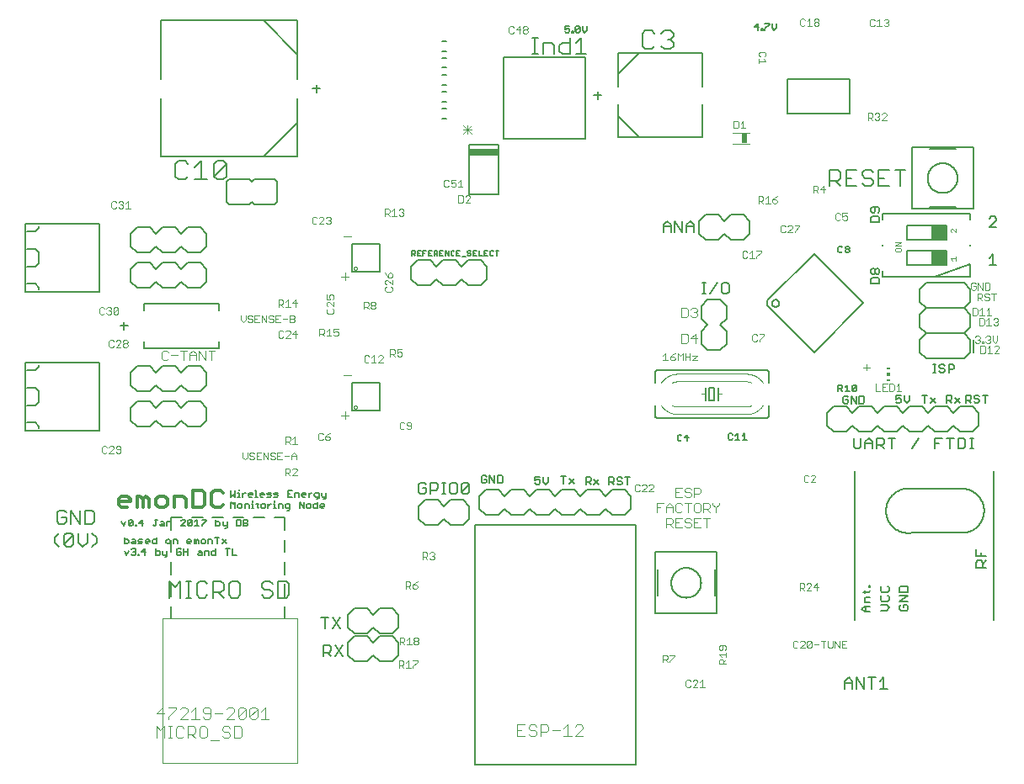
<source format=gto>
G75*
%MOIN*%
%OFA0B0*%
%FSLAX25Y25*%
%IPPOS*%
%LPD*%
%AMOC8*
5,1,8,0,0,1.08239X$1,22.5*
%
%ADD10C,0.00500*%
%ADD11C,0.01200*%
%ADD12C,0.00800*%
%ADD13C,0.00600*%
%ADD14C,0.00300*%
%ADD15C,0.00200*%
%ADD16R,0.01181X0.00591*%
%ADD17R,0.01181X0.01181*%
%ADD18R,0.05906X0.05906*%
%ADD19C,0.00400*%
%ADD20R,0.02362X0.04331*%
%ADD21C,0.00394*%
D10*
X0150169Y0101581D02*
X0150169Y0106085D01*
X0152421Y0106085D01*
X0153171Y0105335D01*
X0153171Y0103833D01*
X0152421Y0103083D01*
X0150169Y0103083D01*
X0151670Y0103083D02*
X0153171Y0101581D01*
X0154773Y0101581D02*
X0157775Y0106085D01*
X0154773Y0106085D02*
X0157775Y0101581D01*
X0156775Y0112581D02*
X0153773Y0117085D01*
X0152171Y0117085D02*
X0149169Y0117085D01*
X0150670Y0117085D02*
X0150670Y0112581D01*
X0153773Y0112581D02*
X0156775Y0117085D01*
X0134827Y0116531D02*
X0134827Y0121382D01*
X0134827Y0125319D02*
X0134827Y0130169D01*
X0134827Y0134106D02*
X0134827Y0138957D01*
X0134827Y0142894D02*
X0134827Y0147744D01*
X0134827Y0151681D02*
X0134827Y0156531D01*
X0130608Y0156531D01*
X0130413Y0160291D02*
X0131247Y0160291D01*
X0130830Y0160291D02*
X0130830Y0161959D01*
X0130413Y0161959D01*
X0130830Y0162793D02*
X0130830Y0163210D01*
X0130413Y0164791D02*
X0131664Y0164791D01*
X0132081Y0165208D01*
X0131664Y0165625D01*
X0130830Y0165625D01*
X0130413Y0166042D01*
X0130830Y0166459D01*
X0132081Y0166459D01*
X0129319Y0166459D02*
X0128068Y0166459D01*
X0127651Y0166042D01*
X0128068Y0165625D01*
X0128902Y0165625D01*
X0129319Y0165208D01*
X0128902Y0164791D01*
X0127651Y0164791D01*
X0126556Y0165625D02*
X0124888Y0165625D01*
X0124888Y0166042D02*
X0125305Y0166459D01*
X0126139Y0166459D01*
X0126556Y0166042D01*
X0126556Y0165625D01*
X0126139Y0164791D02*
X0125305Y0164791D01*
X0124888Y0165208D01*
X0124888Y0166042D01*
X0123881Y0164791D02*
X0123047Y0164791D01*
X0123464Y0164791D02*
X0123464Y0167293D01*
X0123047Y0167293D01*
X0121952Y0166042D02*
X0121952Y0165625D01*
X0120284Y0165625D01*
X0120284Y0166042D02*
X0120701Y0166459D01*
X0121535Y0166459D01*
X0121952Y0166042D01*
X0121535Y0164791D02*
X0120701Y0164791D01*
X0120284Y0165208D01*
X0120284Y0166042D01*
X0119233Y0166459D02*
X0118816Y0166459D01*
X0117982Y0165625D01*
X0117982Y0164791D02*
X0117982Y0166459D01*
X0116558Y0166459D02*
X0116558Y0164791D01*
X0116141Y0164791D02*
X0116975Y0164791D01*
X0116558Y0166459D02*
X0116141Y0166459D01*
X0116558Y0167293D02*
X0116558Y0167710D01*
X0115046Y0167293D02*
X0115046Y0164791D01*
X0114212Y0165625D01*
X0113378Y0164791D01*
X0113378Y0167293D01*
X0113378Y0162793D02*
X0114212Y0161959D01*
X0115046Y0162793D01*
X0115046Y0160291D01*
X0116141Y0160708D02*
X0116558Y0160291D01*
X0117392Y0160291D01*
X0117809Y0160708D01*
X0117809Y0161542D01*
X0117392Y0161959D01*
X0116558Y0161959D01*
X0116141Y0161542D01*
X0116141Y0160708D01*
X0118903Y0160291D02*
X0118903Y0161959D01*
X0120154Y0161959D01*
X0120571Y0161542D01*
X0120571Y0160291D01*
X0121665Y0160291D02*
X0122499Y0160291D01*
X0122082Y0160291D02*
X0122082Y0161959D01*
X0121665Y0161959D01*
X0122082Y0162793D02*
X0122082Y0163210D01*
X0123507Y0161959D02*
X0124341Y0161959D01*
X0123924Y0162376D02*
X0123924Y0160708D01*
X0124341Y0160291D01*
X0125349Y0160708D02*
X0125766Y0160291D01*
X0126600Y0160291D01*
X0127017Y0160708D01*
X0127017Y0161542D01*
X0126600Y0161959D01*
X0125766Y0161959D01*
X0125349Y0161542D01*
X0125349Y0160708D01*
X0128111Y0161125D02*
X0128945Y0161959D01*
X0129362Y0161959D01*
X0128111Y0161959D02*
X0128111Y0160291D01*
X0126671Y0156531D02*
X0122451Y0156531D01*
X0120158Y0155311D02*
X0120158Y0154894D01*
X0119741Y0154476D01*
X0118490Y0154476D01*
X0118490Y0153225D02*
X0119741Y0153225D01*
X0120158Y0153642D01*
X0120158Y0154059D01*
X0119741Y0154476D01*
X0120158Y0155311D02*
X0119741Y0155728D01*
X0118490Y0155728D01*
X0118490Y0153225D01*
X0117395Y0153642D02*
X0117395Y0155311D01*
X0116978Y0155728D01*
X0115727Y0155728D01*
X0115727Y0153225D01*
X0116978Y0153225D01*
X0117395Y0153642D01*
X0118514Y0156531D02*
X0114295Y0156531D01*
X0111871Y0154894D02*
X0111871Y0152808D01*
X0111454Y0152391D01*
X0111037Y0152391D01*
X0110620Y0153225D02*
X0111871Y0153225D01*
X0110620Y0153225D02*
X0110203Y0153642D01*
X0110203Y0154894D01*
X0109108Y0154476D02*
X0108691Y0154894D01*
X0107440Y0154894D01*
X0107440Y0155728D02*
X0107440Y0153225D01*
X0108691Y0153225D01*
X0109108Y0153642D01*
X0109108Y0154476D01*
X0110358Y0156531D02*
X0106139Y0156531D01*
X0103584Y0155728D02*
X0103584Y0155311D01*
X0101915Y0153642D01*
X0101915Y0153225D01*
X0100821Y0153225D02*
X0099153Y0153225D01*
X0099987Y0153225D02*
X0099987Y0155728D01*
X0099153Y0154894D01*
X0098059Y0155311D02*
X0096391Y0153642D01*
X0096808Y0153225D01*
X0097642Y0153225D01*
X0098059Y0153642D01*
X0098059Y0155311D01*
X0097642Y0155728D01*
X0096808Y0155728D01*
X0096391Y0155311D01*
X0096391Y0153642D01*
X0095297Y0153225D02*
X0093628Y0153225D01*
X0095297Y0154894D01*
X0095297Y0155311D01*
X0094879Y0155728D01*
X0094045Y0155728D01*
X0093628Y0155311D01*
X0094046Y0156531D02*
X0089827Y0156531D01*
X0089827Y0151681D01*
X0089772Y0153225D02*
X0089772Y0154476D01*
X0089355Y0154894D01*
X0088104Y0154894D01*
X0088104Y0153225D01*
X0087009Y0153225D02*
X0085758Y0153225D01*
X0085341Y0153642D01*
X0085758Y0154059D01*
X0087009Y0154059D01*
X0087009Y0154476D02*
X0087009Y0153225D01*
X0087009Y0154476D02*
X0086592Y0154894D01*
X0085758Y0154894D01*
X0084247Y0155728D02*
X0083413Y0155728D01*
X0083830Y0155728D02*
X0083830Y0153642D01*
X0083413Y0153225D01*
X0082996Y0153225D01*
X0082579Y0153642D01*
X0078722Y0154476D02*
X0077054Y0154476D01*
X0078305Y0155728D01*
X0078305Y0153225D01*
X0076090Y0153225D02*
X0075673Y0153225D01*
X0075673Y0153642D01*
X0076090Y0153642D01*
X0076090Y0153225D01*
X0074579Y0153642D02*
X0074162Y0153225D01*
X0073328Y0153225D01*
X0072911Y0153642D01*
X0074579Y0155311D01*
X0074579Y0153642D01*
X0072911Y0153642D02*
X0072911Y0155311D01*
X0073328Y0155728D01*
X0074162Y0155728D01*
X0074579Y0155311D01*
X0071817Y0154894D02*
X0070982Y0153225D01*
X0070148Y0154894D01*
X0059309Y0154899D02*
X0059309Y0158569D01*
X0058391Y0159486D01*
X0055639Y0159486D01*
X0055639Y0153981D01*
X0058391Y0153981D01*
X0059309Y0154899D01*
X0058401Y0150486D02*
X0060236Y0148651D01*
X0060236Y0146816D01*
X0058401Y0144981D01*
X0056547Y0146816D02*
X0056547Y0150486D01*
X0056547Y0146816D02*
X0054712Y0144981D01*
X0052877Y0146816D01*
X0052877Y0150486D01*
X0051022Y0149569D02*
X0047352Y0145899D01*
X0048270Y0144981D01*
X0050104Y0144981D01*
X0051022Y0145899D01*
X0051022Y0149569D01*
X0050104Y0150486D01*
X0048270Y0150486D01*
X0047352Y0149569D01*
X0047352Y0145899D01*
X0045504Y0144981D02*
X0043669Y0146816D01*
X0043669Y0148651D01*
X0045504Y0150486D01*
X0045507Y0153981D02*
X0047342Y0153981D01*
X0048259Y0154899D01*
X0048259Y0156734D01*
X0046425Y0156734D01*
X0048259Y0158569D02*
X0047342Y0159486D01*
X0045507Y0159486D01*
X0044590Y0158569D01*
X0044590Y0154899D01*
X0045507Y0153981D01*
X0050114Y0153981D02*
X0050114Y0159486D01*
X0053784Y0153981D01*
X0053784Y0159486D01*
X0071245Y0148749D02*
X0071245Y0146247D01*
X0072496Y0146247D01*
X0072913Y0146664D01*
X0072913Y0147498D01*
X0072496Y0147915D01*
X0071245Y0147915D01*
X0074008Y0146664D02*
X0074425Y0147081D01*
X0075676Y0147081D01*
X0075676Y0147498D02*
X0075676Y0146247D01*
X0074425Y0146247D01*
X0074008Y0146664D01*
X0074425Y0147915D02*
X0075259Y0147915D01*
X0075676Y0147498D01*
X0076770Y0147498D02*
X0077187Y0147915D01*
X0078438Y0147915D01*
X0078021Y0147081D02*
X0077187Y0147081D01*
X0076770Y0147498D01*
X0076770Y0146247D02*
X0078021Y0146247D01*
X0078438Y0146664D01*
X0078021Y0147081D01*
X0079532Y0147081D02*
X0081200Y0147081D01*
X0081200Y0147498D01*
X0080783Y0147915D01*
X0079949Y0147915D01*
X0079532Y0147498D01*
X0079532Y0146664D01*
X0079949Y0146247D01*
X0080783Y0146247D01*
X0082295Y0146664D02*
X0082295Y0147498D01*
X0082712Y0147915D01*
X0083963Y0147915D01*
X0083963Y0148749D02*
X0083963Y0146247D01*
X0082712Y0146247D01*
X0082295Y0146664D01*
X0083676Y0144249D02*
X0083676Y0141747D01*
X0084927Y0141747D01*
X0085344Y0142164D01*
X0085344Y0142998D01*
X0084927Y0143415D01*
X0083676Y0143415D01*
X0086438Y0143415D02*
X0086438Y0142164D01*
X0086855Y0141747D01*
X0088106Y0141747D01*
X0088106Y0141330D02*
X0087689Y0140913D01*
X0087272Y0140913D01*
X0088106Y0141330D02*
X0088106Y0143415D01*
X0089827Y0142894D02*
X0089827Y0147744D01*
X0089487Y0147498D02*
X0089070Y0147915D01*
X0088236Y0147915D01*
X0087819Y0147498D01*
X0087819Y0146664D01*
X0088236Y0146247D01*
X0089070Y0146247D01*
X0089487Y0146664D01*
X0089487Y0147498D01*
X0090582Y0147915D02*
X0091833Y0147915D01*
X0092250Y0147498D01*
X0092250Y0146247D01*
X0090582Y0146247D02*
X0090582Y0147915D01*
X0092380Y0144249D02*
X0091963Y0143832D01*
X0091963Y0142164D01*
X0092380Y0141747D01*
X0093214Y0141747D01*
X0093631Y0142164D01*
X0093631Y0142998D01*
X0092797Y0142998D01*
X0093631Y0143832D02*
X0093214Y0144249D01*
X0092380Y0144249D01*
X0094725Y0144249D02*
X0094725Y0141747D01*
X0094725Y0142998D02*
X0096393Y0142998D01*
X0096393Y0144249D02*
X0096393Y0141747D01*
X0100250Y0142164D02*
X0100667Y0142581D01*
X0101918Y0142581D01*
X0101918Y0142998D02*
X0101918Y0141747D01*
X0100667Y0141747D01*
X0100250Y0142164D01*
X0100667Y0143415D02*
X0101501Y0143415D01*
X0101918Y0142998D01*
X0103012Y0143415D02*
X0104263Y0143415D01*
X0104680Y0142998D01*
X0104680Y0141747D01*
X0105775Y0142164D02*
X0105775Y0142998D01*
X0106192Y0143415D01*
X0107443Y0143415D01*
X0107443Y0144249D02*
X0107443Y0141747D01*
X0106192Y0141747D01*
X0105775Y0142164D01*
X0103012Y0141747D02*
X0103012Y0143415D01*
X0102882Y0146247D02*
X0103299Y0146664D01*
X0103299Y0147498D01*
X0102882Y0147915D01*
X0102048Y0147915D01*
X0101631Y0147498D01*
X0101631Y0146664D01*
X0102048Y0146247D01*
X0102882Y0146247D01*
X0104394Y0146247D02*
X0104394Y0147915D01*
X0105645Y0147915D01*
X0106062Y0147498D01*
X0106062Y0146247D01*
X0107990Y0146247D02*
X0107990Y0148749D01*
X0107156Y0148749D02*
X0108824Y0148749D01*
X0109918Y0147915D02*
X0111586Y0146247D01*
X0109918Y0146247D02*
X0111586Y0147915D01*
X0111299Y0144249D02*
X0112967Y0144249D01*
X0112133Y0144249D02*
X0112133Y0141747D01*
X0114062Y0141747D02*
X0114062Y0144249D01*
X0114062Y0141747D02*
X0115730Y0141747D01*
X0100537Y0146247D02*
X0100537Y0147498D01*
X0100120Y0147915D01*
X0099703Y0147498D01*
X0099703Y0146247D01*
X0098869Y0146247D02*
X0098869Y0147915D01*
X0099286Y0147915D01*
X0099703Y0147498D01*
X0097775Y0147498D02*
X0097775Y0147081D01*
X0096106Y0147081D01*
X0096106Y0147498D02*
X0096523Y0147915D01*
X0097358Y0147915D01*
X0097775Y0147498D01*
X0097358Y0146247D02*
X0096523Y0146247D01*
X0096106Y0146664D01*
X0096106Y0147498D01*
X0097983Y0156531D02*
X0102202Y0156531D01*
X0101915Y0155728D02*
X0103584Y0155728D01*
X0113378Y0160291D02*
X0113378Y0162793D01*
X0132254Y0161959D02*
X0132254Y0160291D01*
X0132254Y0161959D02*
X0133505Y0161959D01*
X0133923Y0161542D01*
X0133923Y0160291D01*
X0135017Y0160708D02*
X0135434Y0160291D01*
X0136685Y0160291D01*
X0136685Y0159874D02*
X0136685Y0161959D01*
X0135434Y0161959D01*
X0135017Y0161542D01*
X0135017Y0160708D01*
X0135851Y0159457D02*
X0136268Y0159457D01*
X0136685Y0159874D01*
X0140541Y0160291D02*
X0140541Y0162793D01*
X0142210Y0160291D01*
X0142210Y0162793D01*
X0143304Y0161542D02*
X0143304Y0160708D01*
X0143721Y0160291D01*
X0144555Y0160291D01*
X0144972Y0160708D01*
X0144972Y0161542D01*
X0144555Y0161959D01*
X0143721Y0161959D01*
X0143304Y0161542D01*
X0146066Y0161542D02*
X0146483Y0161959D01*
X0147734Y0161959D01*
X0147734Y0162793D02*
X0147734Y0160291D01*
X0146483Y0160291D01*
X0146066Y0160708D01*
X0146066Y0161542D01*
X0147361Y0163957D02*
X0147778Y0163957D01*
X0148195Y0164374D01*
X0148195Y0166459D01*
X0146944Y0166459D01*
X0146527Y0166042D01*
X0146527Y0165208D01*
X0146944Y0164791D01*
X0148195Y0164791D01*
X0149289Y0165208D02*
X0149706Y0164791D01*
X0150957Y0164791D01*
X0150957Y0164374D02*
X0150540Y0163957D01*
X0150123Y0163957D01*
X0150957Y0164374D02*
X0150957Y0166459D01*
X0149289Y0166459D02*
X0149289Y0165208D01*
X0149246Y0161959D02*
X0150080Y0161959D01*
X0150497Y0161542D01*
X0150497Y0161125D01*
X0148829Y0161125D01*
X0148829Y0161542D02*
X0149246Y0161959D01*
X0148829Y0161542D02*
X0148829Y0160708D01*
X0149246Y0160291D01*
X0150080Y0160291D01*
X0144225Y0164791D02*
X0144225Y0166459D01*
X0145059Y0166459D02*
X0145476Y0166459D01*
X0145059Y0166459D02*
X0144225Y0165625D01*
X0143130Y0165625D02*
X0141462Y0165625D01*
X0141462Y0166042D02*
X0141879Y0166459D01*
X0142713Y0166459D01*
X0143130Y0166042D01*
X0143130Y0165625D01*
X0142713Y0164791D02*
X0141879Y0164791D01*
X0141462Y0165208D01*
X0141462Y0166042D01*
X0140368Y0166042D02*
X0140368Y0164791D01*
X0140368Y0166042D02*
X0139951Y0166459D01*
X0138700Y0166459D01*
X0138700Y0164791D01*
X0137606Y0164791D02*
X0135938Y0164791D01*
X0135938Y0167293D01*
X0137606Y0167293D01*
X0136772Y0166042D02*
X0135938Y0166042D01*
X0187777Y0166732D02*
X0188527Y0165981D01*
X0190029Y0165981D01*
X0190779Y0166732D01*
X0190779Y0168233D01*
X0189278Y0168233D01*
X0187777Y0166732D02*
X0187777Y0169735D01*
X0188527Y0170485D01*
X0190029Y0170485D01*
X0190779Y0169735D01*
X0192381Y0170485D02*
X0192381Y0165981D01*
X0192381Y0167483D02*
X0194633Y0167483D01*
X0195383Y0168233D01*
X0195383Y0169735D01*
X0194633Y0170485D01*
X0192381Y0170485D01*
X0196985Y0170485D02*
X0198486Y0170485D01*
X0197735Y0170485D02*
X0197735Y0165981D01*
X0196985Y0165981D02*
X0198486Y0165981D01*
X0200054Y0166732D02*
X0200805Y0165981D01*
X0202306Y0165981D01*
X0203056Y0166732D01*
X0203056Y0169735D01*
X0202306Y0170485D01*
X0200805Y0170485D01*
X0200054Y0169735D01*
X0200054Y0166732D01*
X0204658Y0166732D02*
X0207660Y0169735D01*
X0207660Y0166732D01*
X0206910Y0165981D01*
X0205408Y0165981D01*
X0204658Y0166732D01*
X0204658Y0169735D01*
X0205408Y0170485D01*
X0206910Y0170485D01*
X0207660Y0169735D01*
X0212590Y0170704D02*
X0212590Y0172705D01*
X0213091Y0173206D01*
X0214092Y0173206D01*
X0214592Y0172705D01*
X0214592Y0171705D02*
X0213591Y0171705D01*
X0214592Y0171705D02*
X0214592Y0170704D01*
X0214092Y0170203D01*
X0213091Y0170203D01*
X0212590Y0170704D01*
X0215813Y0170203D02*
X0215813Y0173206D01*
X0217815Y0170203D01*
X0217815Y0173206D01*
X0219036Y0173206D02*
X0220537Y0173206D01*
X0221038Y0172705D01*
X0221038Y0170704D01*
X0220537Y0170203D01*
X0219036Y0170203D01*
X0219036Y0173206D01*
X0233856Y0172806D02*
X0233856Y0171305D01*
X0234857Y0171805D01*
X0235357Y0171805D01*
X0235857Y0171305D01*
X0235857Y0170304D01*
X0235357Y0169803D01*
X0234356Y0169803D01*
X0233856Y0170304D01*
X0233856Y0172806D02*
X0235857Y0172806D01*
X0237078Y0172806D02*
X0237078Y0170804D01*
X0238079Y0169803D01*
X0239080Y0170804D01*
X0239080Y0172806D01*
X0244013Y0173106D02*
X0246015Y0173106D01*
X0245014Y0173106D02*
X0245014Y0170103D01*
X0247236Y0170103D02*
X0249238Y0172105D01*
X0247236Y0172105D02*
X0249238Y0170103D01*
X0253913Y0169703D02*
X0253913Y0172706D01*
X0255414Y0172706D01*
X0255915Y0172205D01*
X0255915Y0171205D01*
X0255414Y0170704D01*
X0253913Y0170704D01*
X0254914Y0170704D02*
X0255915Y0169703D01*
X0257136Y0169703D02*
X0259138Y0171705D01*
X0257136Y0171705D02*
X0259138Y0169703D01*
X0263027Y0169659D02*
X0263027Y0172662D01*
X0264528Y0172662D01*
X0265028Y0172161D01*
X0265028Y0171161D01*
X0264528Y0170660D01*
X0263027Y0170660D01*
X0264027Y0170660D02*
X0265028Y0169659D01*
X0266249Y0170160D02*
X0266750Y0169659D01*
X0267751Y0169659D01*
X0268251Y0170160D01*
X0268251Y0170660D01*
X0267751Y0171161D01*
X0266750Y0171161D01*
X0266249Y0171661D01*
X0266249Y0172161D01*
X0266750Y0172662D01*
X0267751Y0172662D01*
X0268251Y0172161D01*
X0269472Y0172662D02*
X0271474Y0172662D01*
X0270473Y0172662D02*
X0270473Y0169659D01*
X0273827Y0153531D02*
X0273827Y0058649D01*
X0210047Y0058649D01*
X0210047Y0153531D01*
X0273827Y0153531D01*
X0281417Y0142941D02*
X0281417Y0118531D01*
X0305827Y0118531D01*
X0305827Y0142941D01*
X0281417Y0142941D01*
X0282205Y0135854D02*
X0282205Y0125618D01*
X0287716Y0130736D02*
X0287718Y0130889D01*
X0287724Y0131043D01*
X0287734Y0131196D01*
X0287748Y0131348D01*
X0287766Y0131501D01*
X0287788Y0131652D01*
X0287813Y0131803D01*
X0287843Y0131954D01*
X0287877Y0132104D01*
X0287914Y0132252D01*
X0287955Y0132400D01*
X0288000Y0132546D01*
X0288049Y0132692D01*
X0288102Y0132836D01*
X0288158Y0132978D01*
X0288218Y0133119D01*
X0288282Y0133259D01*
X0288349Y0133397D01*
X0288420Y0133533D01*
X0288495Y0133667D01*
X0288572Y0133799D01*
X0288654Y0133929D01*
X0288738Y0134057D01*
X0288826Y0134183D01*
X0288917Y0134306D01*
X0289011Y0134427D01*
X0289109Y0134545D01*
X0289209Y0134661D01*
X0289313Y0134774D01*
X0289419Y0134885D01*
X0289528Y0134993D01*
X0289640Y0135098D01*
X0289754Y0135199D01*
X0289872Y0135298D01*
X0289991Y0135394D01*
X0290113Y0135487D01*
X0290238Y0135576D01*
X0290365Y0135663D01*
X0290494Y0135745D01*
X0290625Y0135825D01*
X0290758Y0135901D01*
X0290893Y0135974D01*
X0291030Y0136043D01*
X0291169Y0136108D01*
X0291309Y0136170D01*
X0291451Y0136228D01*
X0291594Y0136283D01*
X0291739Y0136334D01*
X0291885Y0136381D01*
X0292032Y0136424D01*
X0292180Y0136463D01*
X0292329Y0136499D01*
X0292479Y0136530D01*
X0292630Y0136558D01*
X0292781Y0136582D01*
X0292934Y0136602D01*
X0293086Y0136618D01*
X0293239Y0136630D01*
X0293392Y0136638D01*
X0293545Y0136642D01*
X0293699Y0136642D01*
X0293852Y0136638D01*
X0294005Y0136630D01*
X0294158Y0136618D01*
X0294310Y0136602D01*
X0294463Y0136582D01*
X0294614Y0136558D01*
X0294765Y0136530D01*
X0294915Y0136499D01*
X0295064Y0136463D01*
X0295212Y0136424D01*
X0295359Y0136381D01*
X0295505Y0136334D01*
X0295650Y0136283D01*
X0295793Y0136228D01*
X0295935Y0136170D01*
X0296075Y0136108D01*
X0296214Y0136043D01*
X0296351Y0135974D01*
X0296486Y0135901D01*
X0296619Y0135825D01*
X0296750Y0135745D01*
X0296879Y0135663D01*
X0297006Y0135576D01*
X0297131Y0135487D01*
X0297253Y0135394D01*
X0297372Y0135298D01*
X0297490Y0135199D01*
X0297604Y0135098D01*
X0297716Y0134993D01*
X0297825Y0134885D01*
X0297931Y0134774D01*
X0298035Y0134661D01*
X0298135Y0134545D01*
X0298233Y0134427D01*
X0298327Y0134306D01*
X0298418Y0134183D01*
X0298506Y0134057D01*
X0298590Y0133929D01*
X0298672Y0133799D01*
X0298749Y0133667D01*
X0298824Y0133533D01*
X0298895Y0133397D01*
X0298962Y0133259D01*
X0299026Y0133119D01*
X0299086Y0132978D01*
X0299142Y0132836D01*
X0299195Y0132692D01*
X0299244Y0132546D01*
X0299289Y0132400D01*
X0299330Y0132252D01*
X0299367Y0132104D01*
X0299401Y0131954D01*
X0299431Y0131803D01*
X0299456Y0131652D01*
X0299478Y0131501D01*
X0299496Y0131348D01*
X0299510Y0131196D01*
X0299520Y0131043D01*
X0299526Y0130889D01*
X0299528Y0130736D01*
X0299526Y0130583D01*
X0299520Y0130429D01*
X0299510Y0130276D01*
X0299496Y0130124D01*
X0299478Y0129971D01*
X0299456Y0129820D01*
X0299431Y0129669D01*
X0299401Y0129518D01*
X0299367Y0129368D01*
X0299330Y0129220D01*
X0299289Y0129072D01*
X0299244Y0128926D01*
X0299195Y0128780D01*
X0299142Y0128636D01*
X0299086Y0128494D01*
X0299026Y0128353D01*
X0298962Y0128213D01*
X0298895Y0128075D01*
X0298824Y0127939D01*
X0298749Y0127805D01*
X0298672Y0127673D01*
X0298590Y0127543D01*
X0298506Y0127415D01*
X0298418Y0127289D01*
X0298327Y0127166D01*
X0298233Y0127045D01*
X0298135Y0126927D01*
X0298035Y0126811D01*
X0297931Y0126698D01*
X0297825Y0126587D01*
X0297716Y0126479D01*
X0297604Y0126374D01*
X0297490Y0126273D01*
X0297372Y0126174D01*
X0297253Y0126078D01*
X0297131Y0125985D01*
X0297006Y0125896D01*
X0296879Y0125809D01*
X0296750Y0125727D01*
X0296619Y0125647D01*
X0296486Y0125571D01*
X0296351Y0125498D01*
X0296214Y0125429D01*
X0296075Y0125364D01*
X0295935Y0125302D01*
X0295793Y0125244D01*
X0295650Y0125189D01*
X0295505Y0125138D01*
X0295359Y0125091D01*
X0295212Y0125048D01*
X0295064Y0125009D01*
X0294915Y0124973D01*
X0294765Y0124942D01*
X0294614Y0124914D01*
X0294463Y0124890D01*
X0294310Y0124870D01*
X0294158Y0124854D01*
X0294005Y0124842D01*
X0293852Y0124834D01*
X0293699Y0124830D01*
X0293545Y0124830D01*
X0293392Y0124834D01*
X0293239Y0124842D01*
X0293086Y0124854D01*
X0292934Y0124870D01*
X0292781Y0124890D01*
X0292630Y0124914D01*
X0292479Y0124942D01*
X0292329Y0124973D01*
X0292180Y0125009D01*
X0292032Y0125048D01*
X0291885Y0125091D01*
X0291739Y0125138D01*
X0291594Y0125189D01*
X0291451Y0125244D01*
X0291309Y0125302D01*
X0291169Y0125364D01*
X0291030Y0125429D01*
X0290893Y0125498D01*
X0290758Y0125571D01*
X0290625Y0125647D01*
X0290494Y0125727D01*
X0290365Y0125809D01*
X0290238Y0125896D01*
X0290113Y0125985D01*
X0289991Y0126078D01*
X0289872Y0126174D01*
X0289754Y0126273D01*
X0289640Y0126374D01*
X0289528Y0126479D01*
X0289419Y0126587D01*
X0289313Y0126698D01*
X0289209Y0126811D01*
X0289109Y0126927D01*
X0289011Y0127045D01*
X0288917Y0127166D01*
X0288826Y0127289D01*
X0288738Y0127415D01*
X0288654Y0127543D01*
X0288572Y0127673D01*
X0288495Y0127805D01*
X0288420Y0127939D01*
X0288349Y0128075D01*
X0288282Y0128213D01*
X0288218Y0128353D01*
X0288158Y0128494D01*
X0288102Y0128636D01*
X0288049Y0128780D01*
X0288000Y0128926D01*
X0287955Y0129072D01*
X0287914Y0129220D01*
X0287877Y0129368D01*
X0287843Y0129518D01*
X0287813Y0129669D01*
X0287788Y0129820D01*
X0287766Y0129971D01*
X0287748Y0130124D01*
X0287734Y0130276D01*
X0287724Y0130429D01*
X0287718Y0130583D01*
X0287716Y0130736D01*
X0305039Y0125618D02*
X0305039Y0135854D01*
X0360268Y0116004D02*
X0360268Y0175059D01*
X0382827Y0168031D02*
X0402827Y0168031D01*
X0415386Y0175059D02*
X0415386Y0116004D01*
X0371790Y0093285D02*
X0371790Y0088781D01*
X0370289Y0088781D02*
X0373291Y0088781D01*
X0370289Y0091784D02*
X0371790Y0093285D01*
X0368687Y0093285D02*
X0365685Y0093285D01*
X0367186Y0093285D02*
X0367186Y0088781D01*
X0364083Y0088781D02*
X0364083Y0093285D01*
X0361081Y0093285D02*
X0364083Y0088781D01*
X0361081Y0088781D02*
X0361081Y0093285D01*
X0359479Y0091784D02*
X0359479Y0088781D01*
X0359479Y0091033D02*
X0356477Y0091033D01*
X0356477Y0091784D02*
X0356477Y0088781D01*
X0356477Y0091784D02*
X0357978Y0093285D01*
X0359479Y0091784D01*
X0382827Y0150531D02*
X0402827Y0150531D01*
X0403040Y0150534D01*
X0403253Y0150541D01*
X0403466Y0150554D01*
X0403678Y0150572D01*
X0403890Y0150596D01*
X0404101Y0150624D01*
X0404311Y0150658D01*
X0404521Y0150697D01*
X0404730Y0150740D01*
X0404937Y0150789D01*
X0405143Y0150843D01*
X0405348Y0150902D01*
X0405551Y0150966D01*
X0405753Y0151035D01*
X0405953Y0151108D01*
X0406151Y0151187D01*
X0406347Y0151270D01*
X0406541Y0151358D01*
X0406733Y0151451D01*
X0406922Y0151549D01*
X0407109Y0151651D01*
X0407294Y0151757D01*
X0407476Y0151868D01*
X0407655Y0151984D01*
X0407831Y0152103D01*
X0408005Y0152227D01*
X0408175Y0152355D01*
X0408342Y0152488D01*
X0408506Y0152624D01*
X0408666Y0152764D01*
X0408823Y0152908D01*
X0408976Y0153056D01*
X0409126Y0153208D01*
X0409272Y0153363D01*
X0409414Y0153522D01*
X0409553Y0153684D01*
X0409687Y0153849D01*
X0409817Y0154018D01*
X0409943Y0154190D01*
X0410065Y0154365D01*
X0410183Y0154542D01*
X0410296Y0154723D01*
X0410405Y0154906D01*
X0410509Y0155092D01*
X0410609Y0155280D01*
X0410704Y0155471D01*
X0410794Y0155664D01*
X0410880Y0155859D01*
X0410961Y0156056D01*
X0411037Y0156255D01*
X0411108Y0156456D01*
X0411175Y0156658D01*
X0411236Y0156862D01*
X0411292Y0157068D01*
X0411344Y0157275D01*
X0411390Y0157483D01*
X0411431Y0157692D01*
X0411468Y0157902D01*
X0411499Y0158112D01*
X0411525Y0158324D01*
X0411545Y0158536D01*
X0411561Y0158749D01*
X0411571Y0158961D01*
X0411576Y0159174D01*
X0411576Y0159388D01*
X0411571Y0159601D01*
X0411561Y0159813D01*
X0411545Y0160026D01*
X0411525Y0160238D01*
X0411499Y0160450D01*
X0411468Y0160660D01*
X0411431Y0160870D01*
X0411390Y0161079D01*
X0411344Y0161287D01*
X0411292Y0161494D01*
X0411236Y0161700D01*
X0411175Y0161904D01*
X0411108Y0162106D01*
X0411037Y0162307D01*
X0410961Y0162506D01*
X0410880Y0162703D01*
X0410794Y0162898D01*
X0410704Y0163091D01*
X0410609Y0163282D01*
X0410509Y0163470D01*
X0410405Y0163656D01*
X0410296Y0163839D01*
X0410183Y0164020D01*
X0410065Y0164197D01*
X0409943Y0164372D01*
X0409817Y0164544D01*
X0409687Y0164713D01*
X0409553Y0164878D01*
X0409414Y0165040D01*
X0409272Y0165199D01*
X0409126Y0165354D01*
X0408976Y0165506D01*
X0408823Y0165654D01*
X0408666Y0165798D01*
X0408506Y0165938D01*
X0408342Y0166074D01*
X0408175Y0166207D01*
X0408005Y0166335D01*
X0407831Y0166459D01*
X0407655Y0166578D01*
X0407476Y0166694D01*
X0407294Y0166805D01*
X0407109Y0166911D01*
X0406922Y0167013D01*
X0406733Y0167111D01*
X0406541Y0167204D01*
X0406347Y0167292D01*
X0406151Y0167375D01*
X0405953Y0167454D01*
X0405753Y0167527D01*
X0405551Y0167596D01*
X0405348Y0167660D01*
X0405143Y0167719D01*
X0404937Y0167773D01*
X0404730Y0167822D01*
X0404521Y0167865D01*
X0404311Y0167904D01*
X0404101Y0167938D01*
X0403890Y0167966D01*
X0403678Y0167990D01*
X0403466Y0168008D01*
X0403253Y0168021D01*
X0403040Y0168028D01*
X0402827Y0168031D01*
X0382827Y0168031D02*
X0382613Y0168059D01*
X0382398Y0168082D01*
X0382182Y0168099D01*
X0381966Y0168111D01*
X0381750Y0168118D01*
X0381534Y0168120D01*
X0381317Y0168116D01*
X0381101Y0168107D01*
X0380886Y0168093D01*
X0380670Y0168073D01*
X0380455Y0168049D01*
X0380241Y0168018D01*
X0380028Y0167983D01*
X0379815Y0167943D01*
X0379604Y0167897D01*
X0379394Y0167846D01*
X0379185Y0167790D01*
X0378977Y0167729D01*
X0378772Y0167663D01*
X0378567Y0167592D01*
X0378365Y0167516D01*
X0378164Y0167435D01*
X0377966Y0167349D01*
X0377770Y0167258D01*
X0377576Y0167162D01*
X0377384Y0167062D01*
X0377195Y0166957D01*
X0377008Y0166848D01*
X0376825Y0166734D01*
X0376644Y0166615D01*
X0376466Y0166492D01*
X0376291Y0166365D01*
X0376119Y0166234D01*
X0375951Y0166098D01*
X0375786Y0165958D01*
X0375624Y0165815D01*
X0375466Y0165667D01*
X0375312Y0165516D01*
X0375161Y0165361D01*
X0375014Y0165202D01*
X0374871Y0165040D01*
X0374732Y0164874D01*
X0374598Y0164705D01*
X0374467Y0164532D01*
X0374341Y0164357D01*
X0374219Y0164178D01*
X0374101Y0163997D01*
X0373988Y0163812D01*
X0373879Y0163625D01*
X0373775Y0163436D01*
X0373676Y0163244D01*
X0373581Y0163049D01*
X0373492Y0162852D01*
X0373407Y0162654D01*
X0373327Y0162453D01*
X0373252Y0162250D01*
X0373181Y0162045D01*
X0373116Y0161839D01*
X0373056Y0161631D01*
X0373001Y0161422D01*
X0372951Y0161212D01*
X0372907Y0161000D01*
X0372867Y0160787D01*
X0372833Y0160574D01*
X0372804Y0160360D01*
X0372780Y0160145D01*
X0372762Y0159929D01*
X0372749Y0159713D01*
X0372741Y0159497D01*
X0372738Y0159281D01*
X0372741Y0159065D01*
X0372749Y0158849D01*
X0372762Y0158633D01*
X0372780Y0158417D01*
X0372804Y0158202D01*
X0372833Y0157988D01*
X0372867Y0157775D01*
X0372907Y0157562D01*
X0372951Y0157350D01*
X0373001Y0157140D01*
X0373056Y0156931D01*
X0373116Y0156723D01*
X0373181Y0156517D01*
X0373252Y0156312D01*
X0373327Y0156109D01*
X0373407Y0155908D01*
X0373492Y0155710D01*
X0373581Y0155513D01*
X0373676Y0155318D01*
X0373775Y0155126D01*
X0373879Y0154937D01*
X0373988Y0154750D01*
X0374101Y0154565D01*
X0374219Y0154384D01*
X0374341Y0154205D01*
X0374467Y0154030D01*
X0374598Y0153857D01*
X0374732Y0153688D01*
X0374871Y0153522D01*
X0375014Y0153360D01*
X0375161Y0153201D01*
X0375312Y0153046D01*
X0375466Y0152895D01*
X0375624Y0152747D01*
X0375786Y0152604D01*
X0375951Y0152464D01*
X0376119Y0152328D01*
X0376291Y0152197D01*
X0376466Y0152070D01*
X0376644Y0151947D01*
X0376825Y0151828D01*
X0377008Y0151714D01*
X0377195Y0151605D01*
X0377384Y0151500D01*
X0377576Y0151400D01*
X0377770Y0151304D01*
X0377966Y0151213D01*
X0378164Y0151127D01*
X0378365Y0151046D01*
X0378567Y0150970D01*
X0378772Y0150899D01*
X0378977Y0150833D01*
X0379185Y0150772D01*
X0379394Y0150716D01*
X0379604Y0150665D01*
X0379815Y0150619D01*
X0380028Y0150579D01*
X0380241Y0150544D01*
X0380455Y0150513D01*
X0380670Y0150489D01*
X0380886Y0150469D01*
X0381101Y0150455D01*
X0381317Y0150446D01*
X0381534Y0150442D01*
X0381750Y0150444D01*
X0381966Y0150451D01*
X0382182Y0150463D01*
X0382398Y0150480D01*
X0382613Y0150503D01*
X0382827Y0150531D01*
X0380876Y0201859D02*
X0381877Y0202860D01*
X0381877Y0204862D01*
X0379875Y0204862D02*
X0379875Y0202860D01*
X0380876Y0201859D01*
X0378654Y0202360D02*
X0378154Y0201859D01*
X0377153Y0201859D01*
X0376652Y0202360D01*
X0376652Y0203361D02*
X0377653Y0203861D01*
X0378154Y0203861D01*
X0378654Y0203361D01*
X0378654Y0202360D01*
X0376652Y0203361D02*
X0376652Y0204862D01*
X0378654Y0204862D01*
X0387095Y0204862D02*
X0389097Y0204862D01*
X0388096Y0204862D02*
X0388096Y0201859D01*
X0390318Y0201859D02*
X0392319Y0203861D01*
X0390318Y0203861D02*
X0392319Y0201859D01*
X0396695Y0202059D02*
X0396695Y0205062D01*
X0398196Y0205062D01*
X0398697Y0204561D01*
X0398697Y0203561D01*
X0398196Y0203060D01*
X0396695Y0203060D01*
X0397696Y0203060D02*
X0398697Y0202059D01*
X0399918Y0202059D02*
X0401919Y0204061D01*
X0399918Y0204061D02*
X0401919Y0202059D01*
X0404459Y0202003D02*
X0404459Y0205006D01*
X0405960Y0205006D01*
X0406460Y0204505D01*
X0406460Y0203505D01*
X0405960Y0203004D01*
X0404459Y0203004D01*
X0405460Y0203004D02*
X0406460Y0202003D01*
X0407681Y0202504D02*
X0408182Y0202003D01*
X0409183Y0202003D01*
X0409683Y0202504D01*
X0409683Y0203004D01*
X0409183Y0203505D01*
X0408182Y0203505D01*
X0407681Y0204005D01*
X0407681Y0204505D01*
X0408182Y0205006D01*
X0409183Y0205006D01*
X0409683Y0204505D01*
X0410904Y0205006D02*
X0412906Y0205006D01*
X0411905Y0205006D02*
X0411905Y0202003D01*
X0364142Y0202260D02*
X0364142Y0204261D01*
X0363642Y0204762D01*
X0362140Y0204762D01*
X0362140Y0201759D01*
X0363642Y0201759D01*
X0364142Y0202260D01*
X0360919Y0201759D02*
X0360919Y0204762D01*
X0358918Y0204762D02*
X0358918Y0201759D01*
X0357697Y0202260D02*
X0357697Y0203261D01*
X0356696Y0203261D01*
X0357697Y0204261D02*
X0357196Y0204762D01*
X0356195Y0204762D01*
X0355695Y0204261D01*
X0355695Y0202260D01*
X0356195Y0201759D01*
X0357196Y0201759D01*
X0357697Y0202260D01*
X0358918Y0204762D02*
X0360919Y0201759D01*
X0310545Y0246062D02*
X0310545Y0249064D01*
X0309795Y0249815D01*
X0308294Y0249815D01*
X0307543Y0249064D01*
X0307543Y0246062D01*
X0308294Y0245311D01*
X0309795Y0245311D01*
X0310545Y0246062D01*
X0305942Y0249815D02*
X0302939Y0245311D01*
X0301371Y0245311D02*
X0299870Y0245311D01*
X0300620Y0245311D02*
X0300620Y0249815D01*
X0299870Y0249815D02*
X0301371Y0249815D01*
X0296775Y0269581D02*
X0296775Y0272584D01*
X0295274Y0274085D01*
X0293773Y0272584D01*
X0293773Y0269581D01*
X0292171Y0269581D02*
X0292171Y0274085D01*
X0293773Y0271833D02*
X0296775Y0271833D01*
X0292171Y0269581D02*
X0289169Y0274085D01*
X0289169Y0269581D01*
X0287568Y0269581D02*
X0287568Y0272584D01*
X0286066Y0274085D01*
X0284565Y0272584D01*
X0284565Y0269581D01*
X0284565Y0271833D02*
X0287568Y0271833D01*
X0219493Y0262183D02*
X0218225Y0262183D01*
X0218859Y0262183D02*
X0218859Y0260281D01*
X0217283Y0260598D02*
X0216966Y0260281D01*
X0216332Y0260281D01*
X0216015Y0260598D01*
X0216015Y0261866D01*
X0216332Y0262183D01*
X0216966Y0262183D01*
X0217283Y0261866D01*
X0215073Y0262183D02*
X0213805Y0262183D01*
X0213805Y0260281D01*
X0215073Y0260281D01*
X0214439Y0261232D02*
X0213805Y0261232D01*
X0212863Y0260281D02*
X0211595Y0260281D01*
X0211595Y0262183D01*
X0210653Y0262183D02*
X0209385Y0262183D01*
X0209385Y0260281D01*
X0210653Y0260281D01*
X0210019Y0261232D02*
X0209385Y0261232D01*
X0208443Y0260915D02*
X0208443Y0260598D01*
X0208126Y0260281D01*
X0207492Y0260281D01*
X0207176Y0260598D01*
X0207492Y0261232D02*
X0208126Y0261232D01*
X0208443Y0260915D01*
X0208443Y0261866D02*
X0208126Y0262183D01*
X0207492Y0262183D01*
X0207176Y0261866D01*
X0207176Y0261549D01*
X0207492Y0261232D01*
X0206233Y0259964D02*
X0204966Y0259964D01*
X0204024Y0260281D02*
X0202756Y0260281D01*
X0202756Y0262183D01*
X0204024Y0262183D01*
X0203390Y0261232D02*
X0202756Y0261232D01*
X0201814Y0260598D02*
X0201497Y0260281D01*
X0200863Y0260281D01*
X0200546Y0260598D01*
X0200546Y0261866D01*
X0200863Y0262183D01*
X0201497Y0262183D01*
X0201814Y0261866D01*
X0199604Y0262183D02*
X0199604Y0260281D01*
X0198336Y0262183D01*
X0198336Y0260281D01*
X0197394Y0260281D02*
X0196126Y0260281D01*
X0196126Y0262183D01*
X0197394Y0262183D01*
X0196760Y0261232D02*
X0196126Y0261232D01*
X0195184Y0261232D02*
X0194867Y0260915D01*
X0193916Y0260915D01*
X0193916Y0260281D02*
X0193916Y0262183D01*
X0194867Y0262183D01*
X0195184Y0261866D01*
X0195184Y0261232D01*
X0194550Y0260915D02*
X0195184Y0260281D01*
X0192974Y0260281D02*
X0191706Y0260281D01*
X0191706Y0262183D01*
X0192974Y0262183D01*
X0192340Y0261232D02*
X0191706Y0261232D01*
X0190764Y0262183D02*
X0189497Y0262183D01*
X0189497Y0260281D01*
X0188554Y0260281D02*
X0187287Y0260281D01*
X0187287Y0262183D01*
X0188554Y0262183D01*
X0187921Y0261232D02*
X0187287Y0261232D01*
X0186345Y0261232D02*
X0186028Y0260915D01*
X0185077Y0260915D01*
X0185711Y0260915D02*
X0186345Y0260281D01*
X0186345Y0261232D02*
X0186345Y0261866D01*
X0186028Y0262183D01*
X0185077Y0262183D01*
X0185077Y0260281D01*
X0189497Y0261232D02*
X0190130Y0261232D01*
X0207706Y0284533D02*
X0219517Y0284533D01*
X0219517Y0304218D01*
X0207706Y0304218D01*
X0207706Y0284533D01*
X0207706Y0300281D02*
X0207706Y0302249D01*
X0219517Y0302249D01*
X0219517Y0300281D01*
X0207706Y0300281D01*
X0207706Y0300778D02*
X0219517Y0300778D01*
X0219517Y0301277D02*
X0207706Y0301277D01*
X0207706Y0301775D02*
X0219517Y0301775D01*
X0221276Y0306634D02*
X0221276Y0339134D01*
X0253776Y0339134D01*
X0253776Y0306634D01*
X0221276Y0306634D01*
X0246134Y0348804D02*
X0245717Y0349221D01*
X0246134Y0348804D02*
X0246968Y0348804D01*
X0247385Y0349221D01*
X0247385Y0350055D01*
X0246968Y0350472D01*
X0246551Y0350472D01*
X0245717Y0350055D01*
X0245717Y0351306D01*
X0247385Y0351306D01*
X0248479Y0349221D02*
X0248896Y0349221D01*
X0248896Y0348804D01*
X0248479Y0348804D01*
X0248479Y0349221D01*
X0249860Y0349221D02*
X0251529Y0350889D01*
X0251529Y0349221D01*
X0251112Y0348804D01*
X0250277Y0348804D01*
X0249860Y0349221D01*
X0249860Y0350889D01*
X0250277Y0351306D01*
X0251112Y0351306D01*
X0251529Y0350889D01*
X0252623Y0351306D02*
X0252623Y0349638D01*
X0253457Y0348804D01*
X0254291Y0349638D01*
X0254291Y0351306D01*
X0320717Y0351055D02*
X0322385Y0351055D01*
X0321968Y0349804D02*
X0321968Y0352306D01*
X0320717Y0351055D01*
X0323479Y0350221D02*
X0323896Y0350221D01*
X0323896Y0349804D01*
X0323479Y0349804D01*
X0323479Y0350221D01*
X0324860Y0350221D02*
X0324860Y0349804D01*
X0324860Y0350221D02*
X0326529Y0351889D01*
X0326529Y0352306D01*
X0324860Y0352306D01*
X0327623Y0352306D02*
X0327623Y0350638D01*
X0328457Y0349804D01*
X0329291Y0350638D01*
X0329291Y0352306D01*
X0382929Y0303334D02*
X0382929Y0278925D01*
X0407339Y0278925D01*
X0407339Y0303334D01*
X0382929Y0303334D01*
X0390016Y0302547D02*
X0400252Y0302547D01*
X0389228Y0291130D02*
X0389230Y0291283D01*
X0389236Y0291437D01*
X0389246Y0291590D01*
X0389260Y0291742D01*
X0389278Y0291895D01*
X0389300Y0292046D01*
X0389325Y0292197D01*
X0389355Y0292348D01*
X0389389Y0292498D01*
X0389426Y0292646D01*
X0389467Y0292794D01*
X0389512Y0292940D01*
X0389561Y0293086D01*
X0389614Y0293230D01*
X0389670Y0293372D01*
X0389730Y0293513D01*
X0389794Y0293653D01*
X0389861Y0293791D01*
X0389932Y0293927D01*
X0390007Y0294061D01*
X0390084Y0294193D01*
X0390166Y0294323D01*
X0390250Y0294451D01*
X0390338Y0294577D01*
X0390429Y0294700D01*
X0390523Y0294821D01*
X0390621Y0294939D01*
X0390721Y0295055D01*
X0390825Y0295168D01*
X0390931Y0295279D01*
X0391040Y0295387D01*
X0391152Y0295492D01*
X0391266Y0295593D01*
X0391384Y0295692D01*
X0391503Y0295788D01*
X0391625Y0295881D01*
X0391750Y0295970D01*
X0391877Y0296057D01*
X0392006Y0296139D01*
X0392137Y0296219D01*
X0392270Y0296295D01*
X0392405Y0296368D01*
X0392542Y0296437D01*
X0392681Y0296502D01*
X0392821Y0296564D01*
X0392963Y0296622D01*
X0393106Y0296677D01*
X0393251Y0296728D01*
X0393397Y0296775D01*
X0393544Y0296818D01*
X0393692Y0296857D01*
X0393841Y0296893D01*
X0393991Y0296924D01*
X0394142Y0296952D01*
X0394293Y0296976D01*
X0394446Y0296996D01*
X0394598Y0297012D01*
X0394751Y0297024D01*
X0394904Y0297032D01*
X0395057Y0297036D01*
X0395211Y0297036D01*
X0395364Y0297032D01*
X0395517Y0297024D01*
X0395670Y0297012D01*
X0395822Y0296996D01*
X0395975Y0296976D01*
X0396126Y0296952D01*
X0396277Y0296924D01*
X0396427Y0296893D01*
X0396576Y0296857D01*
X0396724Y0296818D01*
X0396871Y0296775D01*
X0397017Y0296728D01*
X0397162Y0296677D01*
X0397305Y0296622D01*
X0397447Y0296564D01*
X0397587Y0296502D01*
X0397726Y0296437D01*
X0397863Y0296368D01*
X0397998Y0296295D01*
X0398131Y0296219D01*
X0398262Y0296139D01*
X0398391Y0296057D01*
X0398518Y0295970D01*
X0398643Y0295881D01*
X0398765Y0295788D01*
X0398884Y0295692D01*
X0399002Y0295593D01*
X0399116Y0295492D01*
X0399228Y0295387D01*
X0399337Y0295279D01*
X0399443Y0295168D01*
X0399547Y0295055D01*
X0399647Y0294939D01*
X0399745Y0294821D01*
X0399839Y0294700D01*
X0399930Y0294577D01*
X0400018Y0294451D01*
X0400102Y0294323D01*
X0400184Y0294193D01*
X0400261Y0294061D01*
X0400336Y0293927D01*
X0400407Y0293791D01*
X0400474Y0293653D01*
X0400538Y0293513D01*
X0400598Y0293372D01*
X0400654Y0293230D01*
X0400707Y0293086D01*
X0400756Y0292940D01*
X0400801Y0292794D01*
X0400842Y0292646D01*
X0400879Y0292498D01*
X0400913Y0292348D01*
X0400943Y0292197D01*
X0400968Y0292046D01*
X0400990Y0291895D01*
X0401008Y0291742D01*
X0401022Y0291590D01*
X0401032Y0291437D01*
X0401038Y0291283D01*
X0401040Y0291130D01*
X0401038Y0290977D01*
X0401032Y0290823D01*
X0401022Y0290670D01*
X0401008Y0290518D01*
X0400990Y0290365D01*
X0400968Y0290214D01*
X0400943Y0290063D01*
X0400913Y0289912D01*
X0400879Y0289762D01*
X0400842Y0289614D01*
X0400801Y0289466D01*
X0400756Y0289320D01*
X0400707Y0289174D01*
X0400654Y0289030D01*
X0400598Y0288888D01*
X0400538Y0288747D01*
X0400474Y0288607D01*
X0400407Y0288469D01*
X0400336Y0288333D01*
X0400261Y0288199D01*
X0400184Y0288067D01*
X0400102Y0287937D01*
X0400018Y0287809D01*
X0399930Y0287683D01*
X0399839Y0287560D01*
X0399745Y0287439D01*
X0399647Y0287321D01*
X0399547Y0287205D01*
X0399443Y0287092D01*
X0399337Y0286981D01*
X0399228Y0286873D01*
X0399116Y0286768D01*
X0399002Y0286667D01*
X0398884Y0286568D01*
X0398765Y0286472D01*
X0398643Y0286379D01*
X0398518Y0286290D01*
X0398391Y0286203D01*
X0398262Y0286121D01*
X0398131Y0286041D01*
X0397998Y0285965D01*
X0397863Y0285892D01*
X0397726Y0285823D01*
X0397587Y0285758D01*
X0397447Y0285696D01*
X0397305Y0285638D01*
X0397162Y0285583D01*
X0397017Y0285532D01*
X0396871Y0285485D01*
X0396724Y0285442D01*
X0396576Y0285403D01*
X0396427Y0285367D01*
X0396277Y0285336D01*
X0396126Y0285308D01*
X0395975Y0285284D01*
X0395822Y0285264D01*
X0395670Y0285248D01*
X0395517Y0285236D01*
X0395364Y0285228D01*
X0395211Y0285224D01*
X0395057Y0285224D01*
X0394904Y0285228D01*
X0394751Y0285236D01*
X0394598Y0285248D01*
X0394446Y0285264D01*
X0394293Y0285284D01*
X0394142Y0285308D01*
X0393991Y0285336D01*
X0393841Y0285367D01*
X0393692Y0285403D01*
X0393544Y0285442D01*
X0393397Y0285485D01*
X0393251Y0285532D01*
X0393106Y0285583D01*
X0392963Y0285638D01*
X0392821Y0285696D01*
X0392681Y0285758D01*
X0392542Y0285823D01*
X0392405Y0285892D01*
X0392270Y0285965D01*
X0392137Y0286041D01*
X0392006Y0286121D01*
X0391877Y0286203D01*
X0391750Y0286290D01*
X0391625Y0286379D01*
X0391503Y0286472D01*
X0391384Y0286568D01*
X0391266Y0286667D01*
X0391152Y0286768D01*
X0391040Y0286873D01*
X0390931Y0286981D01*
X0390825Y0287092D01*
X0390721Y0287205D01*
X0390621Y0287321D01*
X0390523Y0287439D01*
X0390429Y0287560D01*
X0390338Y0287683D01*
X0390250Y0287809D01*
X0390166Y0287937D01*
X0390084Y0288067D01*
X0390007Y0288199D01*
X0389932Y0288333D01*
X0389861Y0288469D01*
X0389794Y0288607D01*
X0389730Y0288747D01*
X0389670Y0288888D01*
X0389614Y0289030D01*
X0389561Y0289174D01*
X0389512Y0289320D01*
X0389467Y0289466D01*
X0389426Y0289614D01*
X0389389Y0289762D01*
X0389355Y0289912D01*
X0389325Y0290063D01*
X0389300Y0290214D01*
X0389278Y0290365D01*
X0389260Y0290518D01*
X0389246Y0290670D01*
X0389236Y0290823D01*
X0389230Y0290977D01*
X0389228Y0291130D01*
X0390016Y0279712D02*
X0400252Y0279712D01*
X0089827Y0138957D02*
X0089827Y0134106D01*
X0089827Y0130169D02*
X0089827Y0125319D01*
X0089827Y0121382D02*
X0089827Y0116531D01*
X0079402Y0141747D02*
X0079402Y0144249D01*
X0078151Y0142998D01*
X0079819Y0142998D01*
X0077187Y0142164D02*
X0077187Y0141747D01*
X0076770Y0141747D01*
X0076770Y0142164D01*
X0077187Y0142164D01*
X0075676Y0142164D02*
X0075259Y0141747D01*
X0074425Y0141747D01*
X0074008Y0142164D01*
X0074842Y0142998D02*
X0075259Y0142998D01*
X0075676Y0142581D01*
X0075676Y0142164D01*
X0075259Y0142998D02*
X0075676Y0143415D01*
X0075676Y0143832D01*
X0075259Y0144249D01*
X0074425Y0144249D01*
X0074008Y0143832D01*
X0072913Y0143415D02*
X0072079Y0141747D01*
X0071245Y0143415D01*
D11*
X0070137Y0160576D02*
X0069003Y0161711D01*
X0069003Y0163979D01*
X0070137Y0165113D01*
X0072406Y0165113D01*
X0073540Y0163979D01*
X0073540Y0162845D01*
X0069003Y0162845D01*
X0070137Y0160576D02*
X0072406Y0160576D01*
X0076369Y0160576D02*
X0076369Y0165113D01*
X0077504Y0165113D01*
X0078638Y0163979D01*
X0079772Y0165113D01*
X0080907Y0163979D01*
X0080907Y0160576D01*
X0078638Y0160576D02*
X0078638Y0163979D01*
X0083736Y0163979D02*
X0083736Y0161711D01*
X0084870Y0160576D01*
X0087139Y0160576D01*
X0088273Y0161711D01*
X0088273Y0163979D01*
X0087139Y0165113D01*
X0084870Y0165113D01*
X0083736Y0163979D01*
X0091102Y0165113D02*
X0094505Y0165113D01*
X0095639Y0163979D01*
X0095639Y0160576D01*
X0098468Y0160576D02*
X0101871Y0160576D01*
X0103006Y0161711D01*
X0103006Y0166248D01*
X0101871Y0167382D01*
X0098468Y0167382D01*
X0098468Y0160576D01*
X0091102Y0160576D02*
X0091102Y0165113D01*
X0105835Y0166248D02*
X0105835Y0161711D01*
X0106969Y0160576D01*
X0109237Y0160576D01*
X0110372Y0161711D01*
X0110372Y0166248D02*
X0109237Y0167382D01*
X0106969Y0167382D01*
X0105835Y0166248D01*
D12*
X0101327Y0192531D02*
X0096327Y0192531D01*
X0093827Y0195031D01*
X0091327Y0192531D01*
X0086327Y0192531D01*
X0083827Y0195031D01*
X0081327Y0192531D01*
X0076327Y0192531D01*
X0073827Y0195031D01*
X0073827Y0200031D01*
X0076327Y0202531D01*
X0081327Y0202531D01*
X0083827Y0200031D01*
X0086327Y0202531D01*
X0091327Y0202531D01*
X0093827Y0200031D01*
X0096327Y0202531D01*
X0101327Y0202531D01*
X0103827Y0200031D01*
X0103827Y0195031D01*
X0101327Y0192531D01*
X0101327Y0206531D02*
X0096327Y0206531D01*
X0093827Y0209031D01*
X0091327Y0206531D01*
X0086327Y0206531D01*
X0083827Y0209031D01*
X0081327Y0206531D01*
X0076327Y0206531D01*
X0073827Y0209031D01*
X0073827Y0214031D01*
X0076327Y0216531D01*
X0081327Y0216531D01*
X0083827Y0214031D01*
X0086327Y0216531D01*
X0091327Y0216531D01*
X0093827Y0214031D01*
X0096327Y0216531D01*
X0101327Y0216531D01*
X0103827Y0214031D01*
X0103827Y0209031D01*
X0101327Y0206531D01*
X0061213Y0217917D02*
X0061213Y0191145D01*
X0032079Y0191145D01*
X0032079Y0217917D01*
X0061213Y0217917D01*
X0037492Y0216933D02*
X0037492Y0216244D01*
X0036114Y0214866D01*
X0032669Y0214866D01*
X0032669Y0207976D02*
X0036114Y0207976D01*
X0037492Y0206598D01*
X0037492Y0202464D01*
X0036114Y0201086D01*
X0032669Y0201086D01*
X0032669Y0194197D02*
X0036114Y0194197D01*
X0037492Y0192819D01*
X0037492Y0192130D01*
X0032079Y0246145D02*
X0032079Y0272917D01*
X0061213Y0272917D01*
X0061213Y0246145D01*
X0032079Y0246145D01*
X0032669Y0249197D02*
X0036114Y0249197D01*
X0037492Y0247819D01*
X0037492Y0247130D01*
X0036114Y0256086D02*
X0032669Y0256086D01*
X0036114Y0256086D02*
X0037492Y0257464D01*
X0037492Y0261598D01*
X0036114Y0262976D01*
X0032669Y0262976D01*
X0032669Y0269866D02*
X0036114Y0269866D01*
X0037492Y0271244D01*
X0037492Y0271933D01*
X0073827Y0269031D02*
X0073827Y0264031D01*
X0076327Y0261531D01*
X0081327Y0261531D01*
X0083827Y0264031D01*
X0086327Y0261531D01*
X0091327Y0261531D01*
X0093827Y0264031D01*
X0096327Y0261531D01*
X0101327Y0261531D01*
X0103827Y0264031D01*
X0103827Y0269031D01*
X0101327Y0271531D01*
X0096327Y0271531D01*
X0093827Y0269031D01*
X0091327Y0271531D01*
X0086327Y0271531D01*
X0083827Y0269031D01*
X0081327Y0271531D01*
X0076327Y0271531D01*
X0073827Y0269031D01*
X0076327Y0257531D02*
X0073827Y0255031D01*
X0073827Y0250031D01*
X0076327Y0247531D01*
X0081327Y0247531D01*
X0083827Y0250031D01*
X0086327Y0247531D01*
X0091327Y0247531D01*
X0093827Y0250031D01*
X0096327Y0247531D01*
X0101327Y0247531D01*
X0103827Y0250031D01*
X0103827Y0255031D01*
X0101327Y0257531D01*
X0096327Y0257531D01*
X0093827Y0255031D01*
X0091327Y0257531D01*
X0086327Y0257531D01*
X0083827Y0255031D01*
X0081327Y0257531D01*
X0076327Y0257531D01*
X0092761Y0290531D02*
X0095230Y0290531D01*
X0096464Y0291766D01*
X0099077Y0290531D02*
X0104015Y0290531D01*
X0101546Y0290531D02*
X0101546Y0297938D01*
X0099077Y0295469D01*
X0096464Y0296703D02*
X0095230Y0297938D01*
X0092761Y0297938D01*
X0091527Y0296703D01*
X0091527Y0291766D01*
X0092761Y0290531D01*
X0106628Y0291766D02*
X0111565Y0296703D01*
X0111565Y0291766D01*
X0110331Y0290531D01*
X0107862Y0290531D01*
X0106628Y0291766D01*
X0106628Y0296703D01*
X0107862Y0297938D01*
X0110331Y0297938D01*
X0111565Y0296703D01*
X0161217Y0265070D02*
X0161217Y0253993D01*
X0172437Y0253993D01*
X0172437Y0265070D01*
X0161217Y0265070D01*
X0184827Y0256031D02*
X0184827Y0251031D01*
X0187327Y0248531D01*
X0192327Y0248531D01*
X0194827Y0251031D01*
X0197327Y0248531D01*
X0202327Y0248531D01*
X0204827Y0251031D01*
X0207327Y0248531D01*
X0212327Y0248531D01*
X0214827Y0251031D01*
X0214827Y0256031D01*
X0212327Y0258531D01*
X0207327Y0258531D01*
X0204827Y0256031D01*
X0202327Y0258531D01*
X0197327Y0258531D01*
X0194827Y0256031D01*
X0192327Y0258531D01*
X0187327Y0258531D01*
X0184827Y0256031D01*
X0172437Y0210070D02*
X0161217Y0210070D01*
X0161217Y0198993D01*
X0172437Y0198993D01*
X0172437Y0210070D01*
X0190327Y0163531D02*
X0187827Y0161031D01*
X0187827Y0156031D01*
X0190327Y0153531D01*
X0195327Y0153531D01*
X0197827Y0156031D01*
X0200327Y0153531D01*
X0205327Y0153531D01*
X0207827Y0156031D01*
X0207827Y0161031D01*
X0205327Y0163531D01*
X0200327Y0163531D01*
X0197827Y0161031D01*
X0195327Y0163531D01*
X0190327Y0163531D01*
X0177327Y0120531D02*
X0172327Y0120531D01*
X0169827Y0118031D01*
X0167327Y0120531D01*
X0162327Y0120531D01*
X0159827Y0118031D01*
X0159827Y0113031D01*
X0162327Y0110531D01*
X0167327Y0110531D01*
X0169827Y0113031D01*
X0172327Y0110531D01*
X0177327Y0110531D01*
X0179827Y0113031D01*
X0179827Y0118031D01*
X0177327Y0120531D01*
X0177327Y0109531D02*
X0172327Y0109531D01*
X0169827Y0107031D01*
X0167327Y0109531D01*
X0162327Y0109531D01*
X0159827Y0107031D01*
X0159827Y0102031D01*
X0162327Y0099531D01*
X0167327Y0099531D01*
X0169827Y0102031D01*
X0172327Y0099531D01*
X0177327Y0099531D01*
X0179827Y0102031D01*
X0179827Y0107031D01*
X0177327Y0109531D01*
X0349527Y0193131D02*
X0349527Y0198131D01*
X0352027Y0200631D01*
X0357027Y0200631D01*
X0359527Y0198131D01*
X0362027Y0200631D01*
X0367027Y0200631D01*
X0369527Y0198131D01*
X0372027Y0200631D01*
X0377027Y0200631D01*
X0379527Y0198131D01*
X0382027Y0200631D01*
X0387027Y0200631D01*
X0389527Y0198131D01*
X0392027Y0200631D01*
X0397027Y0200631D01*
X0399527Y0198131D01*
X0402027Y0200631D01*
X0407027Y0200631D01*
X0409527Y0198131D01*
X0409527Y0193131D01*
X0407027Y0190631D01*
X0402027Y0190631D01*
X0399527Y0193131D01*
X0397027Y0190631D01*
X0392027Y0190631D01*
X0389527Y0193131D01*
X0387027Y0190631D01*
X0382027Y0190631D01*
X0379527Y0193131D01*
X0377027Y0190631D01*
X0372027Y0190631D01*
X0369527Y0193131D01*
X0367027Y0190631D01*
X0362027Y0190631D01*
X0359527Y0193131D01*
X0357027Y0190631D01*
X0352027Y0190631D01*
X0349527Y0193131D01*
X0359904Y0188092D02*
X0359904Y0184589D01*
X0360605Y0183889D01*
X0362006Y0183889D01*
X0362706Y0184589D01*
X0362706Y0188092D01*
X0364508Y0186691D02*
X0365909Y0188092D01*
X0367310Y0186691D01*
X0367310Y0183889D01*
X0369112Y0183889D02*
X0369112Y0188092D01*
X0371214Y0188092D01*
X0371914Y0187392D01*
X0371914Y0185991D01*
X0371214Y0185290D01*
X0369112Y0185290D01*
X0370513Y0185290D02*
X0371914Y0183889D01*
X0375117Y0183889D02*
X0375117Y0188092D01*
X0373716Y0188092D02*
X0376518Y0188092D01*
X0382924Y0183889D02*
X0385726Y0188092D01*
X0392131Y0188092D02*
X0392131Y0183889D01*
X0392131Y0185991D02*
X0393533Y0185991D01*
X0392131Y0188092D02*
X0394934Y0188092D01*
X0396735Y0188092D02*
X0399538Y0188092D01*
X0398137Y0188092D02*
X0398137Y0183889D01*
X0401339Y0183889D02*
X0403441Y0183889D01*
X0404142Y0184589D01*
X0404142Y0187392D01*
X0403441Y0188092D01*
X0401339Y0188092D01*
X0401339Y0183889D01*
X0405943Y0183889D02*
X0407344Y0183889D01*
X0406644Y0183889D02*
X0406644Y0188092D01*
X0407344Y0188092D02*
X0405943Y0188092D01*
X0367310Y0185991D02*
X0364508Y0185991D01*
X0364508Y0186691D02*
X0364508Y0183889D01*
X0391396Y0214118D02*
X0392463Y0214118D01*
X0391929Y0214118D02*
X0391929Y0217321D01*
X0391396Y0217321D02*
X0392463Y0217321D01*
X0393851Y0216787D02*
X0393851Y0216253D01*
X0394385Y0215719D01*
X0395452Y0215719D01*
X0395986Y0215186D01*
X0395986Y0214652D01*
X0395452Y0214118D01*
X0394385Y0214118D01*
X0393851Y0214652D01*
X0393851Y0216787D02*
X0394385Y0217321D01*
X0395452Y0217321D01*
X0395986Y0216787D01*
X0397534Y0217321D02*
X0399136Y0217321D01*
X0399669Y0216787D01*
X0399669Y0215719D01*
X0399136Y0215186D01*
X0397534Y0215186D01*
X0397534Y0214118D02*
X0397534Y0217321D01*
X0403579Y0219531D02*
X0388579Y0219531D01*
X0386079Y0222031D01*
X0386079Y0227031D01*
X0388579Y0229531D01*
X0403579Y0229531D01*
X0406079Y0232031D01*
X0406079Y0237031D01*
X0403579Y0239531D01*
X0388579Y0239531D01*
X0386079Y0242031D01*
X0386079Y0247031D01*
X0388579Y0249531D01*
X0403579Y0249531D01*
X0406079Y0247031D01*
X0406079Y0242031D01*
X0403579Y0239531D01*
X0403579Y0229531D02*
X0406079Y0227031D01*
X0406079Y0222031D01*
X0403579Y0219531D01*
X0407398Y0222031D02*
X0407398Y0227031D01*
X0388579Y0229531D02*
X0386079Y0232031D01*
X0386079Y0237031D01*
X0388579Y0239531D01*
X0392083Y0252130D02*
X0405961Y0256953D01*
X0405961Y0252031D01*
X0371512Y0252031D01*
X0371512Y0254216D01*
X0381059Y0256579D02*
X0396807Y0256579D01*
X0396807Y0262484D01*
X0381059Y0262484D01*
X0381059Y0256579D01*
X0371512Y0264216D02*
X0371512Y0264748D01*
X0381059Y0266579D02*
X0396807Y0266579D01*
X0396807Y0272484D01*
X0381059Y0272484D01*
X0381059Y0266579D01*
X0371512Y0274748D02*
X0371512Y0276933D01*
X0405961Y0276933D01*
X0405961Y0274748D01*
X0413617Y0275153D02*
X0414317Y0275854D01*
X0415718Y0275854D01*
X0416419Y0275153D01*
X0416419Y0274453D01*
X0413617Y0271650D01*
X0416419Y0271650D01*
X0405961Y0264748D02*
X0405961Y0264216D01*
X0413617Y0259453D02*
X0415018Y0260854D01*
X0415018Y0256650D01*
X0413617Y0256650D02*
X0416419Y0256650D01*
X0318827Y0269031D02*
X0316327Y0266531D01*
X0311327Y0266531D01*
X0308827Y0269031D01*
X0306327Y0266531D01*
X0301327Y0266531D01*
X0298827Y0269031D01*
X0298827Y0274031D01*
X0301327Y0276531D01*
X0306327Y0276531D01*
X0308827Y0274031D01*
X0311327Y0276531D01*
X0316327Y0276531D01*
X0318827Y0274031D01*
X0318827Y0269031D01*
X0307043Y0242949D02*
X0302043Y0242949D01*
X0299543Y0240449D01*
X0299543Y0235449D01*
X0302043Y0232949D01*
X0299543Y0230449D01*
X0299543Y0225449D01*
X0302043Y0222949D01*
X0307043Y0222949D01*
X0309543Y0225449D01*
X0309543Y0230449D01*
X0307043Y0232949D01*
X0309543Y0235449D01*
X0309543Y0240449D01*
X0307043Y0242949D01*
X0287480Y0342231D02*
X0285012Y0342231D01*
X0283777Y0343466D01*
X0281164Y0343466D02*
X0279930Y0342231D01*
X0277461Y0342231D01*
X0276227Y0343466D01*
X0276227Y0348403D01*
X0277461Y0349638D01*
X0279930Y0349638D01*
X0281164Y0348403D01*
X0283777Y0348403D02*
X0285012Y0349638D01*
X0287480Y0349638D01*
X0288715Y0348403D01*
X0288715Y0347169D01*
X0287480Y0345934D01*
X0288715Y0344700D01*
X0288715Y0343466D01*
X0287480Y0342231D01*
X0287480Y0345934D02*
X0286246Y0345934D01*
X0408223Y0144130D02*
X0408223Y0141327D01*
X0412427Y0141327D01*
X0412427Y0139526D02*
X0411026Y0138125D01*
X0411026Y0138825D02*
X0411026Y0136723D01*
X0412427Y0136723D02*
X0408223Y0136723D01*
X0408223Y0138825D01*
X0408924Y0139526D01*
X0410325Y0139526D01*
X0411026Y0138825D01*
X0410325Y0141327D02*
X0410325Y0142729D01*
D13*
X0381527Y0128850D02*
X0381527Y0127148D01*
X0378124Y0127148D01*
X0378124Y0128850D01*
X0378691Y0129417D01*
X0380960Y0129417D01*
X0381527Y0128850D01*
X0381527Y0125734D02*
X0378124Y0125734D01*
X0378124Y0123465D02*
X0381527Y0125734D01*
X0381527Y0123465D02*
X0378124Y0123465D01*
X0378691Y0122050D02*
X0378124Y0121483D01*
X0378124Y0120349D01*
X0378691Y0119782D01*
X0380960Y0119782D01*
X0381527Y0120349D01*
X0381527Y0121483D01*
X0380960Y0122050D01*
X0379825Y0122050D01*
X0379825Y0120916D01*
X0374027Y0120916D02*
X0372892Y0119782D01*
X0370624Y0119782D01*
X0370624Y0122050D02*
X0372892Y0122050D01*
X0374027Y0120916D01*
X0373460Y0123465D02*
X0374027Y0124032D01*
X0374027Y0125166D01*
X0373460Y0125734D01*
X0373460Y0127148D02*
X0374027Y0127715D01*
X0374027Y0128850D01*
X0373460Y0129417D01*
X0373460Y0127148D02*
X0371191Y0127148D01*
X0370624Y0127715D01*
X0370624Y0128850D01*
X0371191Y0129417D01*
X0371191Y0125734D02*
X0370624Y0125166D01*
X0370624Y0124032D01*
X0371191Y0123465D01*
X0373460Y0123465D01*
X0366527Y0122851D02*
X0364258Y0122851D01*
X0364258Y0124553D01*
X0364825Y0125120D01*
X0366527Y0125120D01*
X0365960Y0127101D02*
X0366527Y0127669D01*
X0365960Y0127101D02*
X0363691Y0127101D01*
X0364258Y0126534D02*
X0364258Y0127669D01*
X0365960Y0128990D02*
X0365960Y0129557D01*
X0366527Y0129557D01*
X0366527Y0128990D01*
X0365960Y0128990D01*
X0366527Y0121437D02*
X0364258Y0121437D01*
X0363124Y0120302D01*
X0364258Y0119168D01*
X0366527Y0119168D01*
X0364825Y0119168D02*
X0364825Y0121437D01*
X0271827Y0160031D02*
X0269327Y0157531D01*
X0264327Y0157531D01*
X0261827Y0160031D01*
X0259327Y0157531D01*
X0254327Y0157531D01*
X0251827Y0160031D01*
X0249327Y0157531D01*
X0244327Y0157531D01*
X0241827Y0160031D01*
X0239327Y0157531D01*
X0234327Y0157531D01*
X0231827Y0160031D01*
X0229327Y0157531D01*
X0224327Y0157531D01*
X0221827Y0160031D01*
X0219327Y0157531D01*
X0214327Y0157531D01*
X0211827Y0160031D01*
X0211827Y0165031D01*
X0214327Y0167531D01*
X0219327Y0167531D01*
X0221827Y0165031D01*
X0224327Y0167531D01*
X0229327Y0167531D01*
X0231827Y0165031D01*
X0234327Y0167531D01*
X0239327Y0167531D01*
X0241827Y0165031D01*
X0244327Y0167531D01*
X0249327Y0167531D01*
X0251827Y0165031D01*
X0254327Y0167531D01*
X0259327Y0167531D01*
X0261827Y0165031D01*
X0264327Y0167531D01*
X0269327Y0167531D01*
X0271827Y0165031D01*
X0271827Y0160031D01*
X0290601Y0187057D02*
X0291402Y0187057D01*
X0291802Y0187458D01*
X0290601Y0187057D02*
X0290201Y0187458D01*
X0290201Y0189059D01*
X0290601Y0189459D01*
X0291402Y0189459D01*
X0291802Y0189059D01*
X0292963Y0188258D02*
X0294565Y0188258D01*
X0294164Y0187057D02*
X0294164Y0189459D01*
X0292963Y0188258D01*
X0282327Y0196031D02*
X0325327Y0196031D01*
X0325387Y0196033D01*
X0325448Y0196038D01*
X0325507Y0196047D01*
X0325566Y0196060D01*
X0325625Y0196076D01*
X0325682Y0196096D01*
X0325737Y0196119D01*
X0325792Y0196146D01*
X0325844Y0196175D01*
X0325895Y0196208D01*
X0325944Y0196244D01*
X0325990Y0196282D01*
X0326034Y0196324D01*
X0326076Y0196368D01*
X0326114Y0196414D01*
X0326150Y0196463D01*
X0326183Y0196514D01*
X0326212Y0196566D01*
X0326239Y0196621D01*
X0326262Y0196676D01*
X0326282Y0196733D01*
X0326298Y0196792D01*
X0326311Y0196851D01*
X0326320Y0196910D01*
X0326325Y0196971D01*
X0326327Y0197031D01*
X0326327Y0201031D01*
X0326327Y0210031D02*
X0326327Y0214031D01*
X0326325Y0214091D01*
X0326320Y0214152D01*
X0326311Y0214211D01*
X0326298Y0214270D01*
X0326282Y0214329D01*
X0326262Y0214386D01*
X0326239Y0214441D01*
X0326212Y0214496D01*
X0326183Y0214548D01*
X0326150Y0214599D01*
X0326114Y0214648D01*
X0326076Y0214694D01*
X0326034Y0214738D01*
X0325990Y0214780D01*
X0325944Y0214818D01*
X0325895Y0214854D01*
X0325844Y0214887D01*
X0325792Y0214916D01*
X0325737Y0214943D01*
X0325682Y0214966D01*
X0325625Y0214986D01*
X0325566Y0215002D01*
X0325507Y0215015D01*
X0325448Y0215024D01*
X0325387Y0215029D01*
X0325327Y0215031D01*
X0282327Y0215031D01*
X0282267Y0215029D01*
X0282206Y0215024D01*
X0282147Y0215015D01*
X0282088Y0215002D01*
X0282029Y0214986D01*
X0281972Y0214966D01*
X0281917Y0214943D01*
X0281862Y0214916D01*
X0281810Y0214887D01*
X0281759Y0214854D01*
X0281710Y0214818D01*
X0281664Y0214780D01*
X0281620Y0214738D01*
X0281578Y0214694D01*
X0281540Y0214648D01*
X0281504Y0214599D01*
X0281471Y0214548D01*
X0281442Y0214496D01*
X0281415Y0214441D01*
X0281392Y0214386D01*
X0281372Y0214329D01*
X0281356Y0214270D01*
X0281343Y0214211D01*
X0281334Y0214152D01*
X0281329Y0214091D01*
X0281327Y0214031D01*
X0281327Y0210031D01*
X0281327Y0201031D02*
X0281327Y0197031D01*
X0281329Y0196971D01*
X0281334Y0196910D01*
X0281343Y0196851D01*
X0281356Y0196792D01*
X0281372Y0196733D01*
X0281392Y0196676D01*
X0281415Y0196621D01*
X0281442Y0196566D01*
X0281471Y0196514D01*
X0281504Y0196463D01*
X0281540Y0196414D01*
X0281578Y0196368D01*
X0281620Y0196324D01*
X0281664Y0196282D01*
X0281710Y0196244D01*
X0281759Y0196208D01*
X0281810Y0196175D01*
X0281862Y0196146D01*
X0281917Y0196119D01*
X0281972Y0196096D01*
X0282029Y0196076D01*
X0282088Y0196060D01*
X0282147Y0196047D01*
X0282206Y0196038D01*
X0282267Y0196033D01*
X0282327Y0196031D01*
X0301327Y0203031D02*
X0301327Y0205531D01*
X0301327Y0208031D01*
X0302827Y0208031D02*
X0302827Y0203031D01*
X0304827Y0203031D01*
X0304827Y0208031D01*
X0302827Y0208031D01*
X0306327Y0208031D02*
X0306327Y0205531D01*
X0306327Y0203031D01*
X0310809Y0189837D02*
X0310408Y0189437D01*
X0310408Y0187836D01*
X0310809Y0187435D01*
X0311609Y0187435D01*
X0312010Y0187836D01*
X0313171Y0187435D02*
X0314772Y0187435D01*
X0313971Y0187435D02*
X0313971Y0189837D01*
X0313171Y0189037D01*
X0312010Y0189437D02*
X0311609Y0189837D01*
X0310809Y0189837D01*
X0315933Y0189037D02*
X0316734Y0189837D01*
X0316734Y0187435D01*
X0317534Y0187435D02*
X0315933Y0187435D01*
X0353836Y0206709D02*
X0353836Y0209111D01*
X0355037Y0209111D01*
X0355437Y0208711D01*
X0355437Y0207910D01*
X0355037Y0207510D01*
X0353836Y0207510D01*
X0354636Y0207510D02*
X0355437Y0206709D01*
X0356598Y0206709D02*
X0358199Y0206709D01*
X0357399Y0206709D02*
X0357399Y0209111D01*
X0356598Y0208311D01*
X0359360Y0208711D02*
X0359761Y0209111D01*
X0360561Y0209111D01*
X0360962Y0208711D01*
X0359360Y0207110D01*
X0359761Y0206709D01*
X0360561Y0206709D01*
X0360962Y0207110D01*
X0360962Y0208711D01*
X0359360Y0208711D02*
X0359360Y0207110D01*
X0344327Y0222016D02*
X0325800Y0240543D01*
X0325800Y0242520D01*
X0344327Y0261046D01*
X0363842Y0241531D01*
X0344327Y0222016D01*
X0327639Y0241531D02*
X0327641Y0241606D01*
X0327647Y0241680D01*
X0327657Y0241754D01*
X0327670Y0241827D01*
X0327688Y0241900D01*
X0327709Y0241971D01*
X0327734Y0242042D01*
X0327763Y0242111D01*
X0327796Y0242178D01*
X0327832Y0242243D01*
X0327871Y0242307D01*
X0327913Y0242368D01*
X0327959Y0242427D01*
X0328008Y0242484D01*
X0328060Y0242537D01*
X0328114Y0242588D01*
X0328171Y0242637D01*
X0328231Y0242681D01*
X0328293Y0242723D01*
X0328357Y0242762D01*
X0328423Y0242797D01*
X0328490Y0242828D01*
X0328560Y0242856D01*
X0328630Y0242880D01*
X0328702Y0242901D01*
X0328775Y0242917D01*
X0328848Y0242930D01*
X0328923Y0242939D01*
X0328997Y0242944D01*
X0329072Y0242945D01*
X0329146Y0242942D01*
X0329221Y0242935D01*
X0329294Y0242924D01*
X0329368Y0242910D01*
X0329440Y0242891D01*
X0329511Y0242869D01*
X0329581Y0242843D01*
X0329650Y0242813D01*
X0329716Y0242780D01*
X0329781Y0242743D01*
X0329844Y0242703D01*
X0329905Y0242659D01*
X0329963Y0242613D01*
X0330019Y0242563D01*
X0330072Y0242511D01*
X0330123Y0242456D01*
X0330170Y0242398D01*
X0330214Y0242338D01*
X0330255Y0242275D01*
X0330293Y0242211D01*
X0330327Y0242145D01*
X0330358Y0242076D01*
X0330385Y0242007D01*
X0330408Y0241936D01*
X0330427Y0241864D01*
X0330443Y0241791D01*
X0330455Y0241717D01*
X0330463Y0241643D01*
X0330467Y0241568D01*
X0330467Y0241494D01*
X0330463Y0241419D01*
X0330455Y0241345D01*
X0330443Y0241271D01*
X0330427Y0241198D01*
X0330408Y0241126D01*
X0330385Y0241055D01*
X0330358Y0240986D01*
X0330327Y0240917D01*
X0330293Y0240851D01*
X0330255Y0240787D01*
X0330214Y0240724D01*
X0330170Y0240664D01*
X0330123Y0240606D01*
X0330072Y0240551D01*
X0330019Y0240499D01*
X0329963Y0240449D01*
X0329905Y0240403D01*
X0329844Y0240359D01*
X0329781Y0240319D01*
X0329716Y0240282D01*
X0329650Y0240249D01*
X0329581Y0240219D01*
X0329511Y0240193D01*
X0329440Y0240171D01*
X0329368Y0240152D01*
X0329294Y0240138D01*
X0329221Y0240127D01*
X0329146Y0240120D01*
X0329072Y0240117D01*
X0328997Y0240118D01*
X0328923Y0240123D01*
X0328848Y0240132D01*
X0328775Y0240145D01*
X0328702Y0240161D01*
X0328630Y0240182D01*
X0328560Y0240206D01*
X0328490Y0240234D01*
X0328423Y0240265D01*
X0328357Y0240300D01*
X0328293Y0240339D01*
X0328231Y0240381D01*
X0328171Y0240425D01*
X0328114Y0240474D01*
X0328060Y0240525D01*
X0328008Y0240578D01*
X0327959Y0240635D01*
X0327913Y0240694D01*
X0327871Y0240755D01*
X0327832Y0240819D01*
X0327796Y0240884D01*
X0327763Y0240951D01*
X0327734Y0241020D01*
X0327709Y0241091D01*
X0327688Y0241162D01*
X0327670Y0241235D01*
X0327657Y0241308D01*
X0327647Y0241382D01*
X0327641Y0241456D01*
X0327639Y0241531D01*
X0353852Y0262046D02*
X0354253Y0261645D01*
X0355053Y0261645D01*
X0355454Y0262046D01*
X0356615Y0262046D02*
X0356615Y0262446D01*
X0357015Y0262847D01*
X0357816Y0262847D01*
X0358216Y0262446D01*
X0358216Y0262046D01*
X0357816Y0261645D01*
X0357015Y0261645D01*
X0356615Y0262046D01*
X0357015Y0262847D02*
X0356615Y0263247D01*
X0356615Y0263647D01*
X0357015Y0264048D01*
X0357816Y0264048D01*
X0358216Y0263647D01*
X0358216Y0263247D01*
X0357816Y0262847D01*
X0355454Y0263647D02*
X0355053Y0264048D01*
X0354253Y0264048D01*
X0353852Y0263647D01*
X0353852Y0262046D01*
X0366788Y0254808D02*
X0367355Y0255375D01*
X0367922Y0255375D01*
X0368489Y0254808D01*
X0368489Y0253674D01*
X0367922Y0253107D01*
X0367355Y0253107D01*
X0366788Y0253674D01*
X0366788Y0254808D01*
X0368489Y0254808D02*
X0369056Y0255375D01*
X0369623Y0255375D01*
X0370191Y0254808D01*
X0370191Y0253674D01*
X0369623Y0253107D01*
X0369056Y0253107D01*
X0368489Y0253674D01*
X0369623Y0251692D02*
X0367355Y0251692D01*
X0366788Y0251125D01*
X0366788Y0249423D01*
X0370191Y0249423D01*
X0370191Y0251125D01*
X0369623Y0251692D01*
X0370194Y0273727D02*
X0366791Y0273727D01*
X0366791Y0275429D01*
X0367358Y0275996D01*
X0369627Y0275996D01*
X0370194Y0275429D01*
X0370194Y0273727D01*
X0369627Y0277411D02*
X0370194Y0277978D01*
X0370194Y0279112D01*
X0369627Y0279679D01*
X0367358Y0279679D01*
X0366791Y0279112D01*
X0366791Y0277978D01*
X0367358Y0277411D01*
X0367925Y0277411D01*
X0368492Y0277978D01*
X0368492Y0279679D01*
X0369804Y0287950D02*
X0374075Y0287950D01*
X0371939Y0291153D02*
X0369804Y0291153D01*
X0367629Y0290085D02*
X0367629Y0289018D01*
X0366561Y0287950D01*
X0364426Y0287950D01*
X0363359Y0289018D01*
X0364426Y0291153D02*
X0366561Y0291153D01*
X0367629Y0290085D01*
X0369804Y0287950D02*
X0369804Y0294356D01*
X0374075Y0294356D01*
X0376250Y0294356D02*
X0380520Y0294356D01*
X0378385Y0294356D02*
X0378385Y0287950D01*
X0367629Y0293288D02*
X0366561Y0294356D01*
X0364426Y0294356D01*
X0363359Y0293288D01*
X0363359Y0292221D01*
X0364426Y0291153D01*
X0361184Y0294356D02*
X0356913Y0294356D01*
X0356913Y0287950D01*
X0361184Y0287950D01*
X0359048Y0291153D02*
X0356913Y0291153D01*
X0354738Y0291153D02*
X0353670Y0290085D01*
X0350468Y0290085D01*
X0350468Y0287950D02*
X0350468Y0294356D01*
X0353670Y0294356D01*
X0354738Y0293288D01*
X0354738Y0291153D01*
X0352603Y0290085D02*
X0354738Y0287950D01*
X0358437Y0316716D02*
X0333839Y0316716D01*
X0333839Y0330338D01*
X0358437Y0330338D01*
X0358437Y0316716D01*
X0300027Y0320431D02*
X0300027Y0307231D01*
X0266627Y0307231D01*
X0266627Y0315531D01*
X0274927Y0307231D01*
X0266627Y0315531D02*
X0266627Y0320431D01*
X0260127Y0323931D02*
X0257127Y0323931D01*
X0258627Y0325431D02*
X0258627Y0322431D01*
X0266627Y0327431D02*
X0266627Y0340631D01*
X0300027Y0340631D01*
X0300027Y0327431D01*
X0274927Y0340631D02*
X0266627Y0332331D01*
X0254185Y0340331D02*
X0249915Y0340331D01*
X0252050Y0340331D02*
X0252050Y0346737D01*
X0249915Y0344602D01*
X0247740Y0344602D02*
X0244537Y0344602D01*
X0243469Y0343534D01*
X0243469Y0341399D01*
X0244537Y0340331D01*
X0247740Y0340331D01*
X0247740Y0346737D01*
X0241294Y0343534D02*
X0241294Y0340331D01*
X0241294Y0343534D02*
X0240227Y0344602D01*
X0237024Y0344602D01*
X0237024Y0340331D01*
X0234862Y0340331D02*
X0232727Y0340331D01*
X0233794Y0340331D02*
X0233794Y0346737D01*
X0232727Y0346737D02*
X0234862Y0346737D01*
X0198702Y0345490D02*
X0197102Y0345490D01*
X0197102Y0341490D02*
X0198702Y0341490D01*
X0198702Y0338690D02*
X0197102Y0338690D01*
X0197102Y0334890D02*
X0198702Y0334890D01*
X0198702Y0332090D02*
X0197102Y0332090D01*
X0197102Y0328090D02*
X0198702Y0328090D01*
X0198702Y0325290D02*
X0197102Y0325290D01*
X0197102Y0321490D02*
X0198702Y0321490D01*
X0198702Y0318690D02*
X0197102Y0318690D01*
X0197102Y0314690D02*
X0198702Y0314690D01*
X0148827Y0326531D02*
X0145827Y0326531D01*
X0147327Y0325031D02*
X0147327Y0328031D01*
X0139827Y0330231D02*
X0139827Y0340031D01*
X0126327Y0353531D01*
X0139827Y0353531D02*
X0085827Y0353531D01*
X0085827Y0330231D01*
X0085827Y0322831D02*
X0085827Y0299531D01*
X0139827Y0299531D01*
X0139827Y0322831D01*
X0139827Y0313031D02*
X0126327Y0299531D01*
X0122827Y0290531D02*
X0130827Y0290531D01*
X0131827Y0289531D01*
X0131827Y0281531D01*
X0130827Y0280531D01*
X0122827Y0280531D01*
X0121827Y0281531D01*
X0120827Y0280531D01*
X0112827Y0280531D01*
X0111827Y0281531D01*
X0111827Y0289531D01*
X0112827Y0290531D01*
X0120827Y0290531D01*
X0121827Y0289531D01*
X0122827Y0290531D01*
X0108627Y0241431D02*
X0079027Y0241431D01*
X0079027Y0238731D01*
X0071127Y0234031D02*
X0071127Y0231031D01*
X0072627Y0232531D02*
X0069627Y0232531D01*
X0079027Y0226331D02*
X0079027Y0223631D01*
X0108627Y0223631D01*
X0108627Y0226331D01*
X0108627Y0238731D02*
X0108627Y0241431D01*
X0139827Y0340031D02*
X0139827Y0353531D01*
X0135299Y0131237D02*
X0132097Y0131237D01*
X0132097Y0124831D01*
X0135299Y0124831D01*
X0136367Y0125899D01*
X0136367Y0130169D01*
X0135299Y0131237D01*
X0129922Y0130169D02*
X0128854Y0131237D01*
X0126719Y0131237D01*
X0125651Y0130169D01*
X0125651Y0129102D01*
X0126719Y0128034D01*
X0128854Y0128034D01*
X0129922Y0126966D01*
X0129922Y0125899D01*
X0128854Y0124831D01*
X0126719Y0124831D01*
X0125651Y0125899D01*
X0117031Y0125899D02*
X0117031Y0130169D01*
X0115963Y0131237D01*
X0113828Y0131237D01*
X0112760Y0130169D01*
X0112760Y0125899D01*
X0113828Y0124831D01*
X0115963Y0124831D01*
X0117031Y0125899D01*
X0110585Y0124831D02*
X0108450Y0126966D01*
X0109517Y0126966D02*
X0106315Y0126966D01*
X0106315Y0124831D02*
X0106315Y0131237D01*
X0109517Y0131237D01*
X0110585Y0130169D01*
X0110585Y0128034D01*
X0109517Y0126966D01*
X0104140Y0125899D02*
X0103072Y0124831D01*
X0100937Y0124831D01*
X0099869Y0125899D01*
X0099869Y0130169D01*
X0100937Y0131237D01*
X0103072Y0131237D01*
X0104140Y0130169D01*
X0097707Y0131237D02*
X0095572Y0131237D01*
X0096640Y0131237D02*
X0096640Y0124831D01*
X0097707Y0124831D02*
X0095572Y0124831D01*
X0093397Y0124831D02*
X0093397Y0131237D01*
X0091262Y0129102D01*
X0089127Y0131237D01*
X0089127Y0124831D01*
D14*
X0282086Y0158681D02*
X0282086Y0162384D01*
X0284555Y0162384D01*
X0285769Y0161150D02*
X0287003Y0162384D01*
X0288238Y0161150D01*
X0288238Y0158681D01*
X0289452Y0159299D02*
X0290069Y0158681D01*
X0291304Y0158681D01*
X0291921Y0159299D01*
X0291921Y0161767D02*
X0291304Y0162384D01*
X0290069Y0162384D01*
X0289452Y0161767D01*
X0289452Y0159299D01*
X0288238Y0160533D02*
X0285769Y0160533D01*
X0285769Y0161150D02*
X0285769Y0158681D01*
X0285769Y0156384D02*
X0287620Y0156384D01*
X0288238Y0155767D01*
X0288238Y0154533D01*
X0287620Y0153916D01*
X0285769Y0153916D01*
X0287003Y0153916D02*
X0288238Y0152681D01*
X0289452Y0152681D02*
X0291921Y0152681D01*
X0293135Y0153299D02*
X0293752Y0152681D01*
X0294987Y0152681D01*
X0295604Y0153299D01*
X0295604Y0153916D01*
X0294987Y0154533D01*
X0293752Y0154533D01*
X0293135Y0155150D01*
X0293135Y0155767D01*
X0293752Y0156384D01*
X0294987Y0156384D01*
X0295604Y0155767D01*
X0296818Y0156384D02*
X0296818Y0152681D01*
X0299287Y0152681D01*
X0298053Y0154533D02*
X0296818Y0154533D01*
X0296818Y0156384D02*
X0299287Y0156384D01*
X0300501Y0156384D02*
X0302970Y0156384D01*
X0301736Y0156384D02*
X0301736Y0152681D01*
X0291921Y0156384D02*
X0289452Y0156384D01*
X0289452Y0152681D01*
X0289452Y0154533D02*
X0290686Y0154533D01*
X0285769Y0156384D02*
X0285769Y0152681D01*
X0294370Y0158681D02*
X0294370Y0162384D01*
X0295604Y0162384D02*
X0293135Y0162384D01*
X0293752Y0164681D02*
X0293135Y0165299D01*
X0293752Y0164681D02*
X0294987Y0164681D01*
X0295604Y0165299D01*
X0295604Y0165916D01*
X0294987Y0166533D01*
X0293752Y0166533D01*
X0293135Y0167150D01*
X0293135Y0167767D01*
X0293752Y0168384D01*
X0294987Y0168384D01*
X0295604Y0167767D01*
X0296818Y0168384D02*
X0298670Y0168384D01*
X0299287Y0167767D01*
X0299287Y0166533D01*
X0298670Y0165916D01*
X0296818Y0165916D01*
X0296818Y0164681D02*
X0296818Y0168384D01*
X0291921Y0168384D02*
X0289452Y0168384D01*
X0289452Y0164681D01*
X0291921Y0164681D01*
X0290686Y0166533D02*
X0289452Y0166533D01*
X0283320Y0160533D02*
X0282086Y0160533D01*
X0296818Y0161767D02*
X0296818Y0159299D01*
X0297436Y0158681D01*
X0298670Y0158681D01*
X0299287Y0159299D01*
X0299287Y0161767D01*
X0298670Y0162384D01*
X0297436Y0162384D01*
X0296818Y0161767D01*
X0300501Y0162384D02*
X0300501Y0158681D01*
X0300501Y0159916D02*
X0302353Y0159916D01*
X0302970Y0160533D01*
X0302970Y0161767D01*
X0302353Y0162384D01*
X0300501Y0162384D01*
X0301736Y0159916D02*
X0302970Y0158681D01*
X0305419Y0158681D02*
X0305419Y0160533D01*
X0306653Y0161767D01*
X0306653Y0162384D01*
X0305419Y0160533D02*
X0304185Y0161767D01*
X0304185Y0162384D01*
X0364971Y0214902D02*
X0364971Y0217371D01*
X0363736Y0216137D02*
X0366205Y0216137D01*
X0298099Y0218847D02*
X0296164Y0218847D01*
X0298099Y0220782D01*
X0296164Y0220782D01*
X0295153Y0220298D02*
X0293218Y0220298D01*
X0293218Y0218847D02*
X0293218Y0221749D01*
X0292206Y0221749D02*
X0292206Y0218847D01*
X0290271Y0218847D02*
X0290271Y0221749D01*
X0291239Y0220782D01*
X0292206Y0221749D01*
X0289260Y0221749D02*
X0288292Y0221265D01*
X0287325Y0220298D01*
X0288776Y0220298D01*
X0289260Y0219814D01*
X0289260Y0219330D01*
X0288776Y0218847D01*
X0287809Y0218847D01*
X0287325Y0219330D01*
X0287325Y0220298D01*
X0286313Y0218847D02*
X0284378Y0218847D01*
X0285346Y0218847D02*
X0285346Y0221749D01*
X0284378Y0220782D01*
X0291777Y0225781D02*
X0293628Y0225781D01*
X0294246Y0226399D01*
X0294246Y0228867D01*
X0293628Y0229484D01*
X0291777Y0229484D01*
X0291777Y0225781D01*
X0295460Y0227633D02*
X0297929Y0227633D01*
X0297311Y0229484D02*
X0295460Y0227633D01*
X0297311Y0229484D02*
X0297311Y0225781D01*
X0295153Y0221749D02*
X0295153Y0218847D01*
X0296077Y0235981D02*
X0295460Y0236599D01*
X0296077Y0235981D02*
X0297311Y0235981D01*
X0297929Y0236599D01*
X0297929Y0237216D01*
X0297311Y0237833D01*
X0296694Y0237833D01*
X0297311Y0237833D02*
X0297929Y0238450D01*
X0297929Y0239067D01*
X0297311Y0239684D01*
X0296077Y0239684D01*
X0295460Y0239067D01*
X0294246Y0239067D02*
X0293628Y0239684D01*
X0291777Y0239684D01*
X0291777Y0235981D01*
X0293628Y0235981D01*
X0294246Y0236599D01*
X0294246Y0239067D01*
X0208568Y0308740D02*
X0205432Y0311876D01*
X0207000Y0311876D02*
X0207000Y0308740D01*
X0205432Y0308740D02*
X0208568Y0311876D01*
X0208568Y0310308D02*
X0205432Y0310308D01*
X0322477Y0336517D02*
X0322477Y0338319D01*
X0322477Y0337418D02*
X0325179Y0337418D01*
X0324278Y0338319D01*
X0324729Y0339280D02*
X0325179Y0339730D01*
X0325179Y0340631D01*
X0324729Y0341081D01*
X0322927Y0341081D01*
X0322477Y0340631D01*
X0322477Y0339730D01*
X0322927Y0339280D01*
X0338777Y0351932D02*
X0339227Y0351481D01*
X0340128Y0351481D01*
X0340578Y0351932D01*
X0341539Y0351481D02*
X0343341Y0351481D01*
X0342440Y0351481D02*
X0342440Y0354184D01*
X0341539Y0353283D01*
X0340578Y0353733D02*
X0340128Y0354184D01*
X0339227Y0354184D01*
X0338777Y0353733D01*
X0338777Y0351932D01*
X0344301Y0351932D02*
X0344301Y0352382D01*
X0344752Y0352832D01*
X0345653Y0352832D01*
X0346103Y0352382D01*
X0346103Y0351932D01*
X0345653Y0351481D01*
X0344752Y0351481D01*
X0344301Y0351932D01*
X0344752Y0352832D02*
X0344301Y0353283D01*
X0344301Y0353733D01*
X0344752Y0354184D01*
X0345653Y0354184D01*
X0346103Y0353733D01*
X0346103Y0353283D01*
X0345653Y0352832D01*
D15*
X0366391Y0353671D02*
X0366391Y0351803D01*
X0366858Y0351336D01*
X0367793Y0351336D01*
X0368260Y0351803D01*
X0369154Y0351336D02*
X0371022Y0351336D01*
X0370088Y0351336D02*
X0370088Y0354138D01*
X0369154Y0353204D01*
X0368260Y0353671D02*
X0367793Y0354138D01*
X0366858Y0354138D01*
X0366391Y0353671D01*
X0371916Y0353671D02*
X0372383Y0354138D01*
X0373317Y0354138D01*
X0373784Y0353671D01*
X0373784Y0353204D01*
X0373317Y0352737D01*
X0373784Y0352270D01*
X0373784Y0351803D01*
X0373317Y0351336D01*
X0372383Y0351336D01*
X0371916Y0351803D01*
X0372850Y0352737D02*
X0373317Y0352737D01*
X0372488Y0316888D02*
X0371554Y0316888D01*
X0371086Y0316421D01*
X0370192Y0316421D02*
X0370192Y0315954D01*
X0369725Y0315487D01*
X0370192Y0315020D01*
X0370192Y0314553D01*
X0369725Y0314086D01*
X0368791Y0314086D01*
X0368324Y0314553D01*
X0367430Y0314086D02*
X0366496Y0315020D01*
X0366963Y0315020D02*
X0365562Y0315020D01*
X0365562Y0314086D02*
X0365562Y0316888D01*
X0366963Y0316888D01*
X0367430Y0316421D01*
X0367430Y0315487D01*
X0366963Y0315020D01*
X0368324Y0316421D02*
X0368791Y0316888D01*
X0369725Y0316888D01*
X0370192Y0316421D01*
X0369725Y0315487D02*
X0369258Y0315487D01*
X0371086Y0314086D02*
X0372955Y0315954D01*
X0372955Y0316421D01*
X0372488Y0316888D01*
X0372955Y0314086D02*
X0371086Y0314086D01*
X0348156Y0288144D02*
X0346755Y0286743D01*
X0348624Y0286743D01*
X0348156Y0285342D02*
X0348156Y0288144D01*
X0345861Y0287677D02*
X0345861Y0286743D01*
X0345394Y0286276D01*
X0343993Y0286276D01*
X0344927Y0286276D02*
X0345861Y0285342D01*
X0343993Y0285342D02*
X0343993Y0288144D01*
X0345394Y0288144D01*
X0345861Y0287677D01*
X0353195Y0277188D02*
X0352728Y0276721D01*
X0352728Y0274853D01*
X0353195Y0274386D01*
X0354130Y0274386D01*
X0354597Y0274853D01*
X0355491Y0274853D02*
X0355958Y0274386D01*
X0356892Y0274386D01*
X0357359Y0274853D01*
X0357359Y0275787D01*
X0356892Y0276254D01*
X0356425Y0276254D01*
X0355491Y0275787D01*
X0355491Y0277188D01*
X0357359Y0277188D01*
X0354597Y0276721D02*
X0354130Y0277188D01*
X0353195Y0277188D01*
X0338433Y0272334D02*
X0338433Y0271867D01*
X0336564Y0269998D01*
X0336564Y0269531D01*
X0335670Y0269531D02*
X0333802Y0269531D01*
X0335670Y0271400D01*
X0335670Y0271867D01*
X0335203Y0272334D01*
X0334269Y0272334D01*
X0333802Y0271867D01*
X0332908Y0271867D02*
X0332441Y0272334D01*
X0331507Y0272334D01*
X0331040Y0271867D01*
X0331040Y0269998D01*
X0331507Y0269531D01*
X0332441Y0269531D01*
X0332908Y0269998D01*
X0336564Y0272334D02*
X0338433Y0272334D01*
X0329633Y0281598D02*
X0329633Y0282065D01*
X0329166Y0282533D01*
X0327764Y0282533D01*
X0327764Y0281598D01*
X0328231Y0281131D01*
X0329166Y0281131D01*
X0329633Y0281598D01*
X0328699Y0283467D02*
X0327764Y0282533D01*
X0328699Y0283467D02*
X0329633Y0283934D01*
X0325936Y0283934D02*
X0325936Y0281131D01*
X0325002Y0281131D02*
X0326870Y0281131D01*
X0325002Y0283000D02*
X0325936Y0283934D01*
X0324108Y0283467D02*
X0324108Y0282533D01*
X0323641Y0282065D01*
X0322240Y0282065D01*
X0322240Y0281131D02*
X0322240Y0283934D01*
X0323641Y0283934D01*
X0324108Y0283467D01*
X0323174Y0282065D02*
X0324108Y0281131D01*
X0323320Y0262234D02*
X0323320Y0261767D01*
X0321451Y0259898D01*
X0321451Y0259431D01*
X0320557Y0259431D02*
X0318689Y0259431D01*
X0319623Y0259431D02*
X0319623Y0262234D01*
X0318689Y0261300D01*
X0317795Y0261767D02*
X0317328Y0262234D01*
X0316394Y0262234D01*
X0315927Y0261767D01*
X0315927Y0259898D01*
X0316394Y0259431D01*
X0317328Y0259431D01*
X0317795Y0259898D01*
X0321451Y0262234D02*
X0323320Y0262234D01*
X0376493Y0262361D02*
X0376860Y0261994D01*
X0378328Y0261994D01*
X0378695Y0262361D01*
X0378695Y0263094D01*
X0378328Y0263461D01*
X0376860Y0263461D01*
X0376493Y0263094D01*
X0376493Y0262361D01*
X0376493Y0264203D02*
X0378695Y0265671D01*
X0376493Y0265671D01*
X0376493Y0264203D02*
X0378695Y0264203D01*
X0398245Y0259184D02*
X0398979Y0258450D01*
X0398245Y0259184D02*
X0400447Y0259184D01*
X0400447Y0258450D02*
X0400447Y0259918D01*
X0400447Y0269631D02*
X0398979Y0271099D01*
X0398612Y0271099D01*
X0398245Y0270732D01*
X0398245Y0269998D01*
X0398612Y0269631D01*
X0400447Y0269631D02*
X0400447Y0271099D01*
X0406894Y0249634D02*
X0406427Y0249167D01*
X0406427Y0247298D01*
X0406894Y0246831D01*
X0407828Y0246831D01*
X0408295Y0247298D01*
X0408295Y0248233D01*
X0407361Y0248233D01*
X0408295Y0249167D02*
X0407828Y0249634D01*
X0406894Y0249634D01*
X0409189Y0249634D02*
X0411057Y0246831D01*
X0411057Y0249634D01*
X0411951Y0249634D02*
X0413353Y0249634D01*
X0413820Y0249167D01*
X0413820Y0247298D01*
X0413353Y0246831D01*
X0411951Y0246831D01*
X0411951Y0249634D01*
X0409189Y0249634D02*
X0409189Y0246831D01*
X0408927Y0245434D02*
X0410328Y0245434D01*
X0410795Y0244967D01*
X0410795Y0244033D01*
X0410328Y0243565D01*
X0408927Y0243565D01*
X0408927Y0242631D02*
X0408927Y0245434D01*
X0409861Y0243565D02*
X0410795Y0242631D01*
X0411689Y0243098D02*
X0412156Y0242631D01*
X0413090Y0242631D01*
X0413557Y0243098D01*
X0413557Y0243565D01*
X0413090Y0244033D01*
X0412156Y0244033D01*
X0411689Y0244500D01*
X0411689Y0244967D01*
X0412156Y0245434D01*
X0413090Y0245434D01*
X0413557Y0244967D01*
X0414451Y0245434D02*
X0416320Y0245434D01*
X0415386Y0245434D02*
X0415386Y0242631D01*
X0413486Y0239534D02*
X0413486Y0236731D01*
X0414420Y0236731D02*
X0412551Y0236731D01*
X0411657Y0236731D02*
X0409789Y0236731D01*
X0410723Y0236731D02*
X0410723Y0239534D01*
X0409789Y0238600D01*
X0408895Y0239067D02*
X0408428Y0239534D01*
X0407027Y0239534D01*
X0407027Y0236731D01*
X0408428Y0236731D01*
X0408895Y0237198D01*
X0408895Y0239067D01*
X0409727Y0235534D02*
X0411128Y0235534D01*
X0411595Y0235067D01*
X0411595Y0233198D01*
X0411128Y0232731D01*
X0409727Y0232731D01*
X0409727Y0235534D01*
X0412489Y0234600D02*
X0413423Y0235534D01*
X0413423Y0232731D01*
X0412489Y0232731D02*
X0414357Y0232731D01*
X0415251Y0233198D02*
X0415719Y0232731D01*
X0416653Y0232731D01*
X0417120Y0233198D01*
X0417120Y0233665D01*
X0416653Y0234133D01*
X0416186Y0234133D01*
X0416653Y0234133D02*
X0417120Y0234600D01*
X0417120Y0235067D01*
X0416653Y0235534D01*
X0415719Y0235534D01*
X0415251Y0235067D01*
X0412551Y0238600D02*
X0413486Y0239534D01*
X0413571Y0228534D02*
X0414039Y0228067D01*
X0414039Y0227600D01*
X0413571Y0227133D01*
X0414039Y0226665D01*
X0414039Y0226198D01*
X0413571Y0225731D01*
X0412637Y0225731D01*
X0412170Y0226198D01*
X0411256Y0226198D02*
X0411256Y0225731D01*
X0410789Y0225731D01*
X0410789Y0226198D01*
X0411256Y0226198D01*
X0409895Y0226198D02*
X0409428Y0225731D01*
X0408494Y0225731D01*
X0408027Y0226198D01*
X0408961Y0227133D02*
X0409428Y0227133D01*
X0409895Y0226665D01*
X0409895Y0226198D01*
X0409428Y0227133D02*
X0409895Y0227600D01*
X0409895Y0228067D01*
X0409428Y0228534D01*
X0408494Y0228534D01*
X0408027Y0228067D01*
X0410127Y0224634D02*
X0411528Y0224634D01*
X0411995Y0224167D01*
X0411995Y0222298D01*
X0411528Y0221831D01*
X0410127Y0221831D01*
X0410127Y0224634D01*
X0412889Y0223700D02*
X0413823Y0224634D01*
X0413823Y0221831D01*
X0412889Y0221831D02*
X0414757Y0221831D01*
X0415651Y0221831D02*
X0417520Y0223700D01*
X0417520Y0224167D01*
X0417053Y0224634D01*
X0416119Y0224634D01*
X0415651Y0224167D01*
X0415867Y0225731D02*
X0416801Y0226665D01*
X0416801Y0228534D01*
X0414933Y0228534D02*
X0414933Y0226665D01*
X0415867Y0225731D01*
X0413571Y0227133D02*
X0413104Y0227133D01*
X0412170Y0228067D02*
X0412637Y0228534D01*
X0413571Y0228534D01*
X0415651Y0221831D02*
X0417520Y0221831D01*
X0377804Y0209594D02*
X0377804Y0206792D01*
X0376870Y0206792D02*
X0378738Y0206792D01*
X0376870Y0208660D02*
X0377804Y0209594D01*
X0375976Y0209127D02*
X0375509Y0209594D01*
X0374107Y0209594D01*
X0374107Y0206792D01*
X0375509Y0206792D01*
X0375976Y0207259D01*
X0375976Y0209127D01*
X0373213Y0209594D02*
X0371345Y0209594D01*
X0371345Y0206792D01*
X0373213Y0206792D01*
X0372279Y0208193D02*
X0371345Y0208193D01*
X0370451Y0206792D02*
X0368583Y0206792D01*
X0368583Y0209594D01*
X0324441Y0228738D02*
X0322572Y0226869D01*
X0322572Y0226402D01*
X0321678Y0226869D02*
X0321211Y0226402D01*
X0320277Y0226402D01*
X0319810Y0226869D01*
X0319810Y0228738D01*
X0320277Y0229205D01*
X0321211Y0229205D01*
X0321678Y0228738D01*
X0322572Y0229205D02*
X0324441Y0229205D01*
X0324441Y0228738D01*
X0317327Y0213531D02*
X0290327Y0213531D01*
X0290327Y0210531D02*
X0317327Y0210531D01*
X0317460Y0210529D01*
X0317592Y0210524D01*
X0317724Y0210515D01*
X0317857Y0210503D01*
X0317988Y0210487D01*
X0318120Y0210468D01*
X0318250Y0210445D01*
X0318380Y0210419D01*
X0318510Y0210389D01*
X0318638Y0210356D01*
X0318766Y0210320D01*
X0318892Y0210280D01*
X0319018Y0210237D01*
X0319142Y0210190D01*
X0319265Y0210140D01*
X0319386Y0210087D01*
X0319506Y0210031D01*
X0317327Y0213531D02*
X0317521Y0213529D01*
X0317716Y0213522D01*
X0317910Y0213510D01*
X0318104Y0213493D01*
X0318298Y0213472D01*
X0318491Y0213446D01*
X0318683Y0213415D01*
X0318874Y0213380D01*
X0319065Y0213340D01*
X0319254Y0213295D01*
X0319443Y0213246D01*
X0319630Y0213192D01*
X0319816Y0213134D01*
X0320000Y0213071D01*
X0320183Y0213004D01*
X0320364Y0212932D01*
X0320543Y0212856D01*
X0320720Y0212776D01*
X0320895Y0212691D01*
X0321069Y0212602D01*
X0321240Y0212509D01*
X0321408Y0212412D01*
X0321574Y0212310D01*
X0321738Y0212205D01*
X0321899Y0212096D01*
X0322058Y0211982D01*
X0322213Y0211865D01*
X0322366Y0211745D01*
X0322516Y0211620D01*
X0322662Y0211492D01*
X0322806Y0211361D01*
X0322946Y0211226D01*
X0323083Y0211087D01*
X0323216Y0210945D01*
X0323346Y0210801D01*
X0323473Y0210653D01*
X0323596Y0210501D01*
X0323715Y0210347D01*
X0323830Y0210191D01*
X0323941Y0210031D01*
X0319506Y0201031D02*
X0319386Y0200975D01*
X0319265Y0200922D01*
X0319142Y0200872D01*
X0319018Y0200825D01*
X0318892Y0200782D01*
X0318766Y0200742D01*
X0318638Y0200706D01*
X0318510Y0200673D01*
X0318380Y0200643D01*
X0318250Y0200617D01*
X0318120Y0200594D01*
X0317988Y0200575D01*
X0317857Y0200559D01*
X0317724Y0200547D01*
X0317592Y0200538D01*
X0317460Y0200533D01*
X0317327Y0200531D01*
X0290327Y0200531D01*
X0290327Y0197531D02*
X0317327Y0197531D01*
X0317326Y0197531D02*
X0317521Y0197533D01*
X0317715Y0197540D01*
X0317910Y0197552D01*
X0318104Y0197569D01*
X0318297Y0197590D01*
X0318490Y0197616D01*
X0318682Y0197647D01*
X0318874Y0197682D01*
X0319064Y0197722D01*
X0319254Y0197767D01*
X0319442Y0197816D01*
X0319629Y0197870D01*
X0319815Y0197928D01*
X0319999Y0197991D01*
X0320182Y0198058D01*
X0320363Y0198130D01*
X0320542Y0198206D01*
X0320719Y0198286D01*
X0320895Y0198371D01*
X0321068Y0198460D01*
X0321239Y0198553D01*
X0321407Y0198650D01*
X0321574Y0198752D01*
X0321737Y0198857D01*
X0321898Y0198967D01*
X0322057Y0199080D01*
X0322212Y0199197D01*
X0322365Y0199318D01*
X0322515Y0199442D01*
X0322661Y0199570D01*
X0322805Y0199702D01*
X0322945Y0199837D01*
X0323082Y0199975D01*
X0323215Y0200117D01*
X0323345Y0200262D01*
X0323472Y0200410D01*
X0323595Y0200561D01*
X0323714Y0200715D01*
X0323829Y0200872D01*
X0323941Y0201031D01*
X0307827Y0205531D02*
X0306327Y0205531D01*
X0301327Y0205531D02*
X0299827Y0205531D01*
X0290327Y0213531D02*
X0290132Y0213529D01*
X0289937Y0213522D01*
X0289743Y0213510D01*
X0289549Y0213493D01*
X0289356Y0213472D01*
X0289163Y0213446D01*
X0288970Y0213415D01*
X0288779Y0213380D01*
X0288588Y0213340D01*
X0288399Y0213295D01*
X0288211Y0213246D01*
X0288023Y0213192D01*
X0287838Y0213134D01*
X0287653Y0213071D01*
X0287471Y0213004D01*
X0287290Y0212932D01*
X0287111Y0212856D01*
X0286933Y0212776D01*
X0286758Y0212691D01*
X0286585Y0212602D01*
X0286414Y0212509D01*
X0286245Y0212411D01*
X0286079Y0212310D01*
X0285915Y0212205D01*
X0285754Y0212095D01*
X0285596Y0211982D01*
X0285440Y0211865D01*
X0285288Y0211744D01*
X0285138Y0211620D01*
X0284991Y0211492D01*
X0284848Y0211360D01*
X0284708Y0211225D01*
X0284571Y0211087D01*
X0284437Y0210945D01*
X0284307Y0210800D01*
X0284181Y0210652D01*
X0284058Y0210501D01*
X0283939Y0210347D01*
X0283824Y0210190D01*
X0283712Y0210031D01*
X0283713Y0201031D02*
X0283824Y0200871D01*
X0283939Y0200715D01*
X0284058Y0200561D01*
X0284181Y0200409D01*
X0284308Y0200261D01*
X0284438Y0200117D01*
X0284571Y0199975D01*
X0284708Y0199836D01*
X0284848Y0199701D01*
X0284992Y0199570D01*
X0285138Y0199442D01*
X0285288Y0199317D01*
X0285441Y0199197D01*
X0285596Y0199080D01*
X0285755Y0198966D01*
X0285916Y0198857D01*
X0286080Y0198752D01*
X0286246Y0198650D01*
X0286414Y0198553D01*
X0286585Y0198460D01*
X0286759Y0198371D01*
X0286934Y0198286D01*
X0287111Y0198206D01*
X0287290Y0198130D01*
X0287471Y0198058D01*
X0287654Y0197991D01*
X0287838Y0197928D01*
X0288024Y0197870D01*
X0288211Y0197816D01*
X0288400Y0197767D01*
X0288589Y0197722D01*
X0288780Y0197682D01*
X0288971Y0197647D01*
X0289163Y0197616D01*
X0289356Y0197590D01*
X0289550Y0197569D01*
X0289744Y0197552D01*
X0289938Y0197540D01*
X0290133Y0197533D01*
X0290327Y0197531D01*
X0290327Y0200531D02*
X0290194Y0200533D01*
X0290062Y0200538D01*
X0289930Y0200547D01*
X0289797Y0200559D01*
X0289666Y0200575D01*
X0289534Y0200594D01*
X0289404Y0200617D01*
X0289274Y0200643D01*
X0289144Y0200673D01*
X0289016Y0200706D01*
X0288888Y0200742D01*
X0288762Y0200782D01*
X0288636Y0200825D01*
X0288512Y0200872D01*
X0288389Y0200922D01*
X0288268Y0200975D01*
X0288148Y0201031D01*
X0288148Y0210031D02*
X0288268Y0210087D01*
X0288389Y0210140D01*
X0288512Y0210190D01*
X0288636Y0210237D01*
X0288762Y0210280D01*
X0288888Y0210320D01*
X0289016Y0210356D01*
X0289144Y0210389D01*
X0289274Y0210419D01*
X0289404Y0210445D01*
X0289534Y0210468D01*
X0289666Y0210487D01*
X0289797Y0210503D01*
X0289930Y0210515D01*
X0290062Y0210524D01*
X0290194Y0210529D01*
X0290327Y0210531D01*
X0340227Y0172967D02*
X0340227Y0171098D01*
X0340694Y0170631D01*
X0341628Y0170631D01*
X0342095Y0171098D01*
X0342989Y0170631D02*
X0344857Y0172500D01*
X0344857Y0172967D01*
X0344390Y0173434D01*
X0343456Y0173434D01*
X0342989Y0172967D01*
X0342095Y0172967D02*
X0341628Y0173434D01*
X0340694Y0173434D01*
X0340227Y0172967D01*
X0342989Y0170631D02*
X0344857Y0170631D01*
X0280720Y0169267D02*
X0280253Y0169734D01*
X0279319Y0169734D01*
X0278851Y0169267D01*
X0277957Y0169267D02*
X0277490Y0169734D01*
X0276556Y0169734D01*
X0276089Y0169267D01*
X0275195Y0169267D02*
X0274728Y0169734D01*
X0273794Y0169734D01*
X0273327Y0169267D01*
X0273327Y0167398D01*
X0273794Y0166931D01*
X0274728Y0166931D01*
X0275195Y0167398D01*
X0276089Y0166931D02*
X0277957Y0168800D01*
X0277957Y0169267D01*
X0277957Y0166931D02*
X0276089Y0166931D01*
X0278851Y0166931D02*
X0280720Y0168800D01*
X0280720Y0169267D01*
X0280720Y0166931D02*
X0278851Y0166931D01*
X0338540Y0130534D02*
X0339941Y0130534D01*
X0340408Y0130067D01*
X0340408Y0129133D01*
X0339941Y0128665D01*
X0338540Y0128665D01*
X0338540Y0127731D02*
X0338540Y0130534D01*
X0339474Y0128665D02*
X0340408Y0127731D01*
X0341302Y0127731D02*
X0343170Y0129600D01*
X0343170Y0130067D01*
X0342703Y0130534D01*
X0341769Y0130534D01*
X0341302Y0130067D01*
X0341302Y0127731D02*
X0343170Y0127731D01*
X0344064Y0129133D02*
X0345933Y0129133D01*
X0345466Y0130534D02*
X0344064Y0129133D01*
X0345466Y0127731D02*
X0345466Y0130534D01*
X0346977Y0107734D02*
X0348846Y0107734D01*
X0349740Y0107734D02*
X0349740Y0105398D01*
X0350207Y0104931D01*
X0351141Y0104931D01*
X0351608Y0105398D01*
X0351608Y0107734D01*
X0352502Y0107734D02*
X0354370Y0104931D01*
X0354370Y0107734D01*
X0355264Y0107734D02*
X0355264Y0104931D01*
X0357133Y0104931D01*
X0356198Y0106333D02*
X0355264Y0106333D01*
X0355264Y0107734D02*
X0357133Y0107734D01*
X0352502Y0107734D02*
X0352502Y0104931D01*
X0347911Y0104931D02*
X0347911Y0107734D01*
X0346083Y0106333D02*
X0344215Y0106333D01*
X0343321Y0107267D02*
X0341453Y0105398D01*
X0341920Y0104931D01*
X0342854Y0104931D01*
X0343321Y0105398D01*
X0343321Y0107267D01*
X0342854Y0107734D01*
X0341920Y0107734D01*
X0341453Y0107267D01*
X0341453Y0105398D01*
X0340559Y0104931D02*
X0338690Y0104931D01*
X0340559Y0106800D01*
X0340559Y0107267D01*
X0340091Y0107734D01*
X0339157Y0107734D01*
X0338690Y0107267D01*
X0337796Y0107267D02*
X0337329Y0107734D01*
X0336395Y0107734D01*
X0335928Y0107267D01*
X0335928Y0105398D01*
X0336395Y0104931D01*
X0337329Y0104931D01*
X0337796Y0105398D01*
X0309427Y0105457D02*
X0308960Y0105924D01*
X0307091Y0105924D01*
X0306624Y0105457D01*
X0306624Y0104523D01*
X0307091Y0104056D01*
X0307559Y0104056D01*
X0308026Y0104523D01*
X0308026Y0105924D01*
X0309427Y0105457D02*
X0309427Y0104523D01*
X0308960Y0104056D01*
X0309427Y0103162D02*
X0309427Y0101294D01*
X0309427Y0100400D02*
X0308493Y0099465D01*
X0308493Y0099933D02*
X0308493Y0098531D01*
X0309427Y0098531D02*
X0306624Y0098531D01*
X0306624Y0099933D01*
X0307091Y0100400D01*
X0308026Y0100400D01*
X0308493Y0099933D01*
X0307559Y0101294D02*
X0306624Y0102228D01*
X0309427Y0102228D01*
X0299986Y0092234D02*
X0299986Y0089431D01*
X0300920Y0089431D02*
X0299051Y0089431D01*
X0298157Y0089431D02*
X0296289Y0089431D01*
X0298157Y0091300D01*
X0298157Y0091767D01*
X0297690Y0092234D01*
X0296756Y0092234D01*
X0296289Y0091767D01*
X0295395Y0091767D02*
X0294928Y0092234D01*
X0293994Y0092234D01*
X0293527Y0091767D01*
X0293527Y0089898D01*
X0293994Y0089431D01*
X0294928Y0089431D01*
X0295395Y0089898D01*
X0299051Y0091300D02*
X0299986Y0092234D01*
X0289057Y0101567D02*
X0287189Y0099698D01*
X0287189Y0099231D01*
X0286295Y0099231D02*
X0285361Y0100165D01*
X0285828Y0100165D02*
X0284427Y0100165D01*
X0284427Y0099231D02*
X0284427Y0102034D01*
X0285828Y0102034D01*
X0286295Y0101567D01*
X0286295Y0100633D01*
X0285828Y0100165D01*
X0287189Y0102034D02*
X0289057Y0102034D01*
X0289057Y0101567D01*
X0193933Y0140498D02*
X0193466Y0140031D01*
X0192531Y0140031D01*
X0192064Y0140498D01*
X0191170Y0140031D02*
X0190236Y0140965D01*
X0190703Y0140965D02*
X0189302Y0140965D01*
X0189302Y0140031D02*
X0189302Y0142834D01*
X0190703Y0142834D01*
X0191170Y0142367D01*
X0191170Y0141433D01*
X0190703Y0140965D01*
X0192064Y0142367D02*
X0192531Y0142834D01*
X0193466Y0142834D01*
X0193933Y0142367D01*
X0193933Y0141900D01*
X0193466Y0141433D01*
X0193933Y0140965D01*
X0193933Y0140498D01*
X0193466Y0141433D02*
X0192999Y0141433D01*
X0187233Y0131234D02*
X0186299Y0130767D01*
X0185364Y0129833D01*
X0186766Y0129833D01*
X0187233Y0129365D01*
X0187233Y0128898D01*
X0186766Y0128431D01*
X0185831Y0128431D01*
X0185364Y0128898D01*
X0185364Y0129833D01*
X0184470Y0129833D02*
X0184003Y0129365D01*
X0182602Y0129365D01*
X0182602Y0128431D02*
X0182602Y0131234D01*
X0184003Y0131234D01*
X0184470Y0130767D01*
X0184470Y0129833D01*
X0183536Y0129365D02*
X0184470Y0128431D01*
X0183936Y0109034D02*
X0183002Y0108100D01*
X0182108Y0108567D02*
X0182108Y0107633D01*
X0181641Y0107165D01*
X0180240Y0107165D01*
X0180240Y0106231D02*
X0180240Y0109034D01*
X0181641Y0109034D01*
X0182108Y0108567D01*
X0181174Y0107165D02*
X0182108Y0106231D01*
X0183002Y0106231D02*
X0184870Y0106231D01*
X0183936Y0106231D02*
X0183936Y0109034D01*
X0185764Y0108567D02*
X0185764Y0108100D01*
X0186231Y0107633D01*
X0187166Y0107633D01*
X0187633Y0107165D01*
X0187633Y0106698D01*
X0187166Y0106231D01*
X0186231Y0106231D01*
X0185764Y0106698D01*
X0185764Y0107165D01*
X0186231Y0107633D01*
X0187166Y0107633D02*
X0187633Y0108100D01*
X0187633Y0108567D01*
X0187166Y0109034D01*
X0186231Y0109034D01*
X0185764Y0108567D01*
X0185464Y0099934D02*
X0187333Y0099934D01*
X0187333Y0099467D01*
X0185464Y0097598D01*
X0185464Y0097131D01*
X0184570Y0097131D02*
X0182702Y0097131D01*
X0181808Y0097131D02*
X0180874Y0098065D01*
X0181341Y0098065D02*
X0179940Y0098065D01*
X0179940Y0097131D02*
X0179940Y0099934D01*
X0181341Y0099934D01*
X0181808Y0099467D01*
X0181808Y0098533D01*
X0181341Y0098065D01*
X0182702Y0099000D02*
X0183636Y0099934D01*
X0183636Y0097131D01*
X0139533Y0173331D02*
X0137664Y0173331D01*
X0139533Y0175200D01*
X0139533Y0175667D01*
X0139066Y0176134D01*
X0138131Y0176134D01*
X0137664Y0175667D01*
X0136770Y0175667D02*
X0136770Y0174733D01*
X0136303Y0174265D01*
X0134902Y0174265D01*
X0134902Y0173331D02*
X0134902Y0176134D01*
X0136303Y0176134D01*
X0136770Y0175667D01*
X0135836Y0174265D02*
X0136770Y0173331D01*
X0137363Y0179531D02*
X0137363Y0181400D01*
X0138297Y0182334D01*
X0139231Y0181400D01*
X0139231Y0179531D01*
X0139231Y0180933D02*
X0137363Y0180933D01*
X0136469Y0180933D02*
X0134601Y0180933D01*
X0133707Y0182334D02*
X0131839Y0182334D01*
X0131839Y0179531D01*
X0133707Y0179531D01*
X0132773Y0180933D02*
X0131839Y0180933D01*
X0130944Y0180465D02*
X0130944Y0179998D01*
X0130477Y0179531D01*
X0129543Y0179531D01*
X0129076Y0179998D01*
X0128182Y0179531D02*
X0128182Y0182334D01*
X0129076Y0181867D02*
X0129543Y0182334D01*
X0130477Y0182334D01*
X0130944Y0181867D01*
X0130477Y0180933D02*
X0130944Y0180465D01*
X0130477Y0180933D02*
X0129543Y0180933D01*
X0129076Y0181400D01*
X0129076Y0181867D01*
X0128182Y0179531D02*
X0126314Y0182334D01*
X0126314Y0179531D01*
X0125420Y0179531D02*
X0123551Y0179531D01*
X0123551Y0182334D01*
X0125420Y0182334D01*
X0124486Y0180933D02*
X0123551Y0180933D01*
X0122657Y0180465D02*
X0122657Y0179998D01*
X0122190Y0179531D01*
X0121256Y0179531D01*
X0120789Y0179998D01*
X0119895Y0180465D02*
X0119895Y0182334D01*
X0120789Y0181867D02*
X0120789Y0181400D01*
X0121256Y0180933D01*
X0122190Y0180933D01*
X0122657Y0180465D01*
X0122657Y0181867D02*
X0122190Y0182334D01*
X0121256Y0182334D01*
X0120789Y0181867D01*
X0119895Y0180465D02*
X0118961Y0179531D01*
X0118027Y0180465D01*
X0118027Y0182334D01*
X0135002Y0185831D02*
X0135002Y0188634D01*
X0136403Y0188634D01*
X0136870Y0188167D01*
X0136870Y0187233D01*
X0136403Y0186765D01*
X0135002Y0186765D01*
X0135936Y0186765D02*
X0136870Y0185831D01*
X0137764Y0185831D02*
X0139633Y0185831D01*
X0138699Y0185831D02*
X0138699Y0188634D01*
X0137764Y0187700D01*
X0148027Y0187698D02*
X0148494Y0187231D01*
X0149428Y0187231D01*
X0149895Y0187698D01*
X0150789Y0187698D02*
X0151256Y0187231D01*
X0152190Y0187231D01*
X0152657Y0187698D01*
X0152657Y0188165D01*
X0152190Y0188633D01*
X0150789Y0188633D01*
X0150789Y0187698D01*
X0150789Y0188633D02*
X0151723Y0189567D01*
X0152657Y0190034D01*
X0149895Y0189567D02*
X0149428Y0190034D01*
X0148494Y0190034D01*
X0148027Y0189567D01*
X0148027Y0187698D01*
X0180202Y0192098D02*
X0180669Y0191631D01*
X0181603Y0191631D01*
X0182070Y0192098D01*
X0182964Y0192098D02*
X0183431Y0191631D01*
X0184366Y0191631D01*
X0184833Y0192098D01*
X0184833Y0193967D01*
X0184366Y0194434D01*
X0183431Y0194434D01*
X0182964Y0193967D01*
X0182964Y0193500D01*
X0183431Y0193033D01*
X0184833Y0193033D01*
X0182070Y0193967D02*
X0181603Y0194434D01*
X0180669Y0194434D01*
X0180202Y0193967D01*
X0180202Y0192098D01*
X0173620Y0218031D02*
X0171751Y0218031D01*
X0173620Y0219900D01*
X0173620Y0220367D01*
X0173153Y0220834D01*
X0172219Y0220834D01*
X0171751Y0220367D01*
X0169923Y0220834D02*
X0169923Y0218031D01*
X0168989Y0218031D02*
X0170857Y0218031D01*
X0168989Y0219900D02*
X0169923Y0220834D01*
X0168095Y0220367D02*
X0167628Y0220834D01*
X0166694Y0220834D01*
X0166227Y0220367D01*
X0166227Y0218498D01*
X0166694Y0218031D01*
X0167628Y0218031D01*
X0168095Y0218498D01*
X0176487Y0220408D02*
X0176487Y0223211D01*
X0177889Y0223211D01*
X0178356Y0222744D01*
X0178356Y0221810D01*
X0177889Y0221343D01*
X0176487Y0221343D01*
X0177422Y0221343D02*
X0178356Y0220408D01*
X0179250Y0220876D02*
X0179717Y0220408D01*
X0180651Y0220408D01*
X0181118Y0220876D01*
X0181118Y0221810D01*
X0180651Y0222277D01*
X0180184Y0222277D01*
X0179250Y0221810D01*
X0179250Y0223211D01*
X0181118Y0223211D01*
X0155920Y0228998D02*
X0155453Y0228531D01*
X0154519Y0228531D01*
X0154051Y0228998D01*
X0154051Y0229933D02*
X0154986Y0230400D01*
X0155453Y0230400D01*
X0155920Y0229933D01*
X0155920Y0228998D01*
X0154051Y0229933D02*
X0154051Y0231334D01*
X0155920Y0231334D01*
X0152223Y0231334D02*
X0152223Y0228531D01*
X0151289Y0228531D02*
X0153157Y0228531D01*
X0151289Y0230400D02*
X0152223Y0231334D01*
X0150395Y0230867D02*
X0150395Y0229933D01*
X0149928Y0229465D01*
X0148527Y0229465D01*
X0148527Y0228531D02*
X0148527Y0231334D01*
X0149928Y0231334D01*
X0150395Y0230867D01*
X0149461Y0229465D02*
X0150395Y0228531D01*
X0139633Y0229233D02*
X0137764Y0229233D01*
X0139166Y0230634D01*
X0139166Y0227831D01*
X0136870Y0227831D02*
X0135002Y0227831D01*
X0136870Y0229700D01*
X0136870Y0230167D01*
X0136403Y0230634D01*
X0135469Y0230634D01*
X0135002Y0230167D01*
X0134108Y0230167D02*
X0133641Y0230634D01*
X0132707Y0230634D01*
X0132240Y0230167D01*
X0132240Y0228298D01*
X0132707Y0227831D01*
X0133641Y0227831D01*
X0134108Y0228298D01*
X0133008Y0233931D02*
X0131140Y0233931D01*
X0131140Y0236734D01*
X0133008Y0236734D01*
X0133902Y0235333D02*
X0135770Y0235333D01*
X0136664Y0235333D02*
X0138066Y0235333D01*
X0138533Y0234865D01*
X0138533Y0234398D01*
X0138066Y0233931D01*
X0136664Y0233931D01*
X0136664Y0236734D01*
X0138066Y0236734D01*
X0138533Y0236267D01*
X0138533Y0235800D01*
X0138066Y0235333D01*
X0139166Y0240131D02*
X0139166Y0242934D01*
X0137764Y0241533D01*
X0139633Y0241533D01*
X0136870Y0240131D02*
X0135002Y0240131D01*
X0134108Y0240131D02*
X0133174Y0241065D01*
X0133641Y0241065D02*
X0132240Y0241065D01*
X0132240Y0240131D02*
X0132240Y0242934D01*
X0133641Y0242934D01*
X0134108Y0242467D01*
X0134108Y0241533D01*
X0133641Y0241065D01*
X0135002Y0242000D02*
X0135936Y0242934D01*
X0135936Y0240131D01*
X0132074Y0235333D02*
X0131140Y0235333D01*
X0130246Y0234865D02*
X0130246Y0234398D01*
X0129778Y0233931D01*
X0128844Y0233931D01*
X0128377Y0234398D01*
X0127483Y0233931D02*
X0127483Y0236734D01*
X0128377Y0236267D02*
X0128377Y0235800D01*
X0128844Y0235333D01*
X0129778Y0235333D01*
X0130246Y0234865D01*
X0130246Y0236267D02*
X0129778Y0236734D01*
X0128844Y0236734D01*
X0128377Y0236267D01*
X0127483Y0233931D02*
X0125615Y0236734D01*
X0125615Y0233931D01*
X0124721Y0233931D02*
X0122853Y0233931D01*
X0122853Y0236734D01*
X0124721Y0236734D01*
X0123787Y0235333D02*
X0122853Y0235333D01*
X0121959Y0234865D02*
X0121959Y0234398D01*
X0121491Y0233931D01*
X0120557Y0233931D01*
X0120090Y0234398D01*
X0119196Y0234865D02*
X0119196Y0236734D01*
X0120090Y0236267D02*
X0120090Y0235800D01*
X0120557Y0235333D01*
X0121491Y0235333D01*
X0121959Y0234865D01*
X0121959Y0236267D02*
X0121491Y0236734D01*
X0120557Y0236734D01*
X0120090Y0236267D01*
X0119196Y0234865D02*
X0118262Y0233931D01*
X0117328Y0234865D01*
X0117328Y0236734D01*
X0151324Y0237911D02*
X0151791Y0237444D01*
X0153660Y0237444D01*
X0154127Y0237911D01*
X0154127Y0238845D01*
X0153660Y0239312D01*
X0154127Y0240207D02*
X0152259Y0242075D01*
X0151791Y0242075D01*
X0151324Y0241608D01*
X0151324Y0240674D01*
X0151791Y0240207D01*
X0151791Y0239312D02*
X0151324Y0238845D01*
X0151324Y0237911D01*
X0154127Y0240207D02*
X0154127Y0242075D01*
X0153660Y0242969D02*
X0154127Y0243436D01*
X0154127Y0244370D01*
X0153660Y0244837D01*
X0152726Y0244837D01*
X0152259Y0244370D01*
X0152259Y0243903D01*
X0152726Y0242969D01*
X0151324Y0242969D01*
X0151324Y0244837D01*
X0166027Y0242015D02*
X0166027Y0239212D01*
X0166027Y0240147D02*
X0167428Y0240147D01*
X0167895Y0240614D01*
X0167895Y0241548D01*
X0167428Y0242015D01*
X0166027Y0242015D01*
X0166961Y0240147D02*
X0167895Y0239212D01*
X0168789Y0239679D02*
X0168789Y0240147D01*
X0169256Y0240614D01*
X0170190Y0240614D01*
X0170657Y0240147D01*
X0170657Y0239679D01*
X0170190Y0239212D01*
X0169256Y0239212D01*
X0168789Y0239679D01*
X0169256Y0240614D02*
X0168789Y0241081D01*
X0168789Y0241548D01*
X0169256Y0242015D01*
X0170190Y0242015D01*
X0170657Y0241548D01*
X0170657Y0241081D01*
X0170190Y0240614D01*
X0174891Y0246131D02*
X0176760Y0246131D01*
X0177227Y0246598D01*
X0177227Y0247533D01*
X0176760Y0248000D01*
X0177227Y0248894D02*
X0175359Y0250762D01*
X0174891Y0250762D01*
X0174424Y0250295D01*
X0174424Y0249361D01*
X0174891Y0248894D01*
X0174891Y0248000D02*
X0174424Y0247533D01*
X0174424Y0246598D01*
X0174891Y0246131D01*
X0177227Y0248894D02*
X0177227Y0250762D01*
X0176760Y0251656D02*
X0175826Y0251656D01*
X0175826Y0253057D01*
X0176293Y0253524D01*
X0176760Y0253524D01*
X0177227Y0253057D01*
X0177227Y0252123D01*
X0176760Y0251656D01*
X0175826Y0251656D02*
X0174891Y0252590D01*
X0174424Y0253524D01*
X0152933Y0273398D02*
X0152466Y0272931D01*
X0151531Y0272931D01*
X0151064Y0273398D01*
X0150170Y0272931D02*
X0148302Y0272931D01*
X0150170Y0274800D01*
X0150170Y0275267D01*
X0149703Y0275734D01*
X0148769Y0275734D01*
X0148302Y0275267D01*
X0147408Y0275267D02*
X0146941Y0275734D01*
X0146007Y0275734D01*
X0145540Y0275267D01*
X0145540Y0273398D01*
X0146007Y0272931D01*
X0146941Y0272931D01*
X0147408Y0273398D01*
X0151064Y0275267D02*
X0151531Y0275734D01*
X0152466Y0275734D01*
X0152933Y0275267D01*
X0152933Y0274800D01*
X0152466Y0274333D01*
X0152933Y0273865D01*
X0152933Y0273398D01*
X0152466Y0274333D02*
X0151999Y0274333D01*
X0174427Y0276131D02*
X0174427Y0278934D01*
X0175828Y0278934D01*
X0176295Y0278467D01*
X0176295Y0277533D01*
X0175828Y0277065D01*
X0174427Y0277065D01*
X0175361Y0277065D02*
X0176295Y0276131D01*
X0177189Y0276131D02*
X0179057Y0276131D01*
X0178123Y0276131D02*
X0178123Y0278934D01*
X0177189Y0278000D01*
X0179951Y0278467D02*
X0180419Y0278934D01*
X0181353Y0278934D01*
X0181820Y0278467D01*
X0181820Y0278000D01*
X0181353Y0277533D01*
X0181820Y0277065D01*
X0181820Y0276598D01*
X0181353Y0276131D01*
X0180419Y0276131D01*
X0179951Y0276598D01*
X0180886Y0277533D02*
X0181353Y0277533D01*
X0197783Y0288072D02*
X0198251Y0287605D01*
X0199185Y0287605D01*
X0199652Y0288072D01*
X0200546Y0288072D02*
X0201013Y0287605D01*
X0201947Y0287605D01*
X0202414Y0288072D01*
X0202414Y0289006D01*
X0201947Y0289473D01*
X0201480Y0289473D01*
X0200546Y0289006D01*
X0200546Y0290407D01*
X0202414Y0290407D01*
X0203308Y0289473D02*
X0204242Y0290407D01*
X0204242Y0287605D01*
X0203308Y0287605D02*
X0205176Y0287605D01*
X0204919Y0284221D02*
X0203518Y0284221D01*
X0203518Y0281419D01*
X0204919Y0281419D01*
X0205386Y0281886D01*
X0205386Y0283754D01*
X0204919Y0284221D01*
X0206280Y0283754D02*
X0206748Y0284221D01*
X0207682Y0284221D01*
X0208149Y0283754D01*
X0208149Y0283287D01*
X0206280Y0281419D01*
X0208149Y0281419D01*
X0199652Y0289940D02*
X0199185Y0290407D01*
X0198251Y0290407D01*
X0197783Y0289940D01*
X0197783Y0288072D01*
X0223993Y0348438D02*
X0224927Y0348438D01*
X0225394Y0348905D01*
X0226288Y0349839D02*
X0227690Y0351240D01*
X0227690Y0348438D01*
X0229051Y0348905D02*
X0229051Y0349372D01*
X0229518Y0349839D01*
X0230452Y0349839D01*
X0230919Y0349372D01*
X0230919Y0348905D01*
X0230452Y0348438D01*
X0229518Y0348438D01*
X0229051Y0348905D01*
X0229518Y0349839D02*
X0229051Y0350306D01*
X0229051Y0350773D01*
X0229518Y0351240D01*
X0230452Y0351240D01*
X0230919Y0350773D01*
X0230919Y0350306D01*
X0230452Y0349839D01*
X0228157Y0349839D02*
X0226288Y0349839D01*
X0225394Y0350773D02*
X0224927Y0351240D01*
X0223993Y0351240D01*
X0223526Y0350773D01*
X0223526Y0348905D01*
X0223993Y0348438D01*
X0312465Y0313650D02*
X0312465Y0310848D01*
X0313866Y0310848D01*
X0314333Y0311315D01*
X0314333Y0313183D01*
X0313866Y0313650D01*
X0312465Y0313650D01*
X0315227Y0312716D02*
X0316162Y0313650D01*
X0316162Y0310848D01*
X0317096Y0310848D02*
X0315227Y0310848D01*
X0073533Y0279131D02*
X0071664Y0279131D01*
X0072599Y0279131D02*
X0072599Y0281934D01*
X0071664Y0281000D01*
X0070770Y0281000D02*
X0070303Y0280533D01*
X0070770Y0280065D01*
X0070770Y0279598D01*
X0070303Y0279131D01*
X0069369Y0279131D01*
X0068902Y0279598D01*
X0068008Y0279598D02*
X0067541Y0279131D01*
X0066607Y0279131D01*
X0066140Y0279598D01*
X0066140Y0281467D01*
X0066607Y0281934D01*
X0067541Y0281934D01*
X0068008Y0281467D01*
X0068902Y0281467D02*
X0069369Y0281934D01*
X0070303Y0281934D01*
X0070770Y0281467D01*
X0070770Y0281000D01*
X0070303Y0280533D02*
X0069836Y0280533D01*
X0068353Y0239934D02*
X0068820Y0239467D01*
X0066951Y0237598D01*
X0067419Y0237131D01*
X0068353Y0237131D01*
X0068820Y0237598D01*
X0068820Y0239467D01*
X0068353Y0239934D02*
X0067419Y0239934D01*
X0066951Y0239467D01*
X0066951Y0237598D01*
X0066057Y0237598D02*
X0065590Y0237131D01*
X0064656Y0237131D01*
X0064189Y0237598D01*
X0063295Y0237598D02*
X0062828Y0237131D01*
X0061894Y0237131D01*
X0061427Y0237598D01*
X0061427Y0239467D01*
X0061894Y0239934D01*
X0062828Y0239934D01*
X0063295Y0239467D01*
X0064189Y0239467D02*
X0064656Y0239934D01*
X0065590Y0239934D01*
X0066057Y0239467D01*
X0066057Y0239000D01*
X0065590Y0238533D01*
X0066057Y0238065D01*
X0066057Y0237598D01*
X0065590Y0238533D02*
X0065123Y0238533D01*
X0065607Y0226934D02*
X0065140Y0226467D01*
X0065140Y0224598D01*
X0065607Y0224131D01*
X0066541Y0224131D01*
X0067008Y0224598D01*
X0067902Y0224131D02*
X0069770Y0226000D01*
X0069770Y0226467D01*
X0069303Y0226934D01*
X0068369Y0226934D01*
X0067902Y0226467D01*
X0067008Y0226467D02*
X0066541Y0226934D01*
X0065607Y0226934D01*
X0067902Y0224131D02*
X0069770Y0224131D01*
X0070664Y0224598D02*
X0070664Y0225065D01*
X0071131Y0225533D01*
X0072066Y0225533D01*
X0072533Y0225065D01*
X0072533Y0224598D01*
X0072066Y0224131D01*
X0071131Y0224131D01*
X0070664Y0224598D01*
X0071131Y0225533D02*
X0070664Y0226000D01*
X0070664Y0226467D01*
X0071131Y0226934D01*
X0072066Y0226934D01*
X0072533Y0226467D01*
X0072533Y0226000D01*
X0072066Y0225533D01*
X0069353Y0184934D02*
X0068419Y0184934D01*
X0067951Y0184467D01*
X0067951Y0184000D01*
X0068419Y0183533D01*
X0069820Y0183533D01*
X0069820Y0184467D02*
X0069353Y0184934D01*
X0069820Y0184467D02*
X0069820Y0182598D01*
X0069353Y0182131D01*
X0068419Y0182131D01*
X0067951Y0182598D01*
X0067057Y0182131D02*
X0065189Y0182131D01*
X0067057Y0184000D01*
X0067057Y0184467D01*
X0066590Y0184934D01*
X0065656Y0184934D01*
X0065189Y0184467D01*
X0064295Y0184467D02*
X0063828Y0184934D01*
X0062894Y0184934D01*
X0062427Y0184467D01*
X0062427Y0182598D01*
X0062894Y0182131D01*
X0063828Y0182131D01*
X0064295Y0182598D01*
D16*
X0373563Y0211073D03*
X0373563Y0215797D03*
D17*
X0373563Y0213435D03*
D18*
X0393854Y0259531D03*
X0393854Y0269531D03*
D19*
X0318740Y0304735D02*
X0312047Y0304735D01*
X0312047Y0309066D02*
X0318740Y0309066D01*
X0162076Y0255371D02*
X0162078Y0255420D01*
X0162084Y0255469D01*
X0162093Y0255517D01*
X0162107Y0255564D01*
X0162124Y0255610D01*
X0162145Y0255654D01*
X0162169Y0255697D01*
X0162197Y0255738D01*
X0162227Y0255776D01*
X0162261Y0255812D01*
X0162297Y0255845D01*
X0162336Y0255874D01*
X0162377Y0255901D01*
X0162421Y0255925D01*
X0162465Y0255944D01*
X0162512Y0255961D01*
X0162559Y0255973D01*
X0162607Y0255982D01*
X0162656Y0255987D01*
X0162705Y0255988D01*
X0162754Y0255985D01*
X0162803Y0255978D01*
X0162851Y0255968D01*
X0162898Y0255953D01*
X0162943Y0255935D01*
X0162987Y0255913D01*
X0163029Y0255888D01*
X0163069Y0255860D01*
X0163107Y0255828D01*
X0163142Y0255794D01*
X0163174Y0255757D01*
X0163203Y0255718D01*
X0163229Y0255676D01*
X0163252Y0255632D01*
X0163271Y0255587D01*
X0163286Y0255541D01*
X0163298Y0255493D01*
X0163306Y0255444D01*
X0163310Y0255396D01*
X0163310Y0255346D01*
X0163306Y0255298D01*
X0163298Y0255249D01*
X0163286Y0255201D01*
X0163271Y0255155D01*
X0163252Y0255110D01*
X0163229Y0255066D01*
X0163203Y0255024D01*
X0163174Y0254985D01*
X0163142Y0254948D01*
X0163107Y0254914D01*
X0163069Y0254882D01*
X0163029Y0254854D01*
X0162987Y0254829D01*
X0162943Y0254807D01*
X0162898Y0254789D01*
X0162851Y0254774D01*
X0162803Y0254764D01*
X0162754Y0254757D01*
X0162705Y0254754D01*
X0162656Y0254755D01*
X0162607Y0254760D01*
X0162559Y0254769D01*
X0162512Y0254781D01*
X0162465Y0254798D01*
X0162421Y0254817D01*
X0162377Y0254841D01*
X0162336Y0254868D01*
X0162297Y0254897D01*
X0162261Y0254930D01*
X0162227Y0254966D01*
X0162197Y0255004D01*
X0162169Y0255045D01*
X0162145Y0255088D01*
X0162124Y0255132D01*
X0162107Y0255178D01*
X0162093Y0255225D01*
X0162084Y0255273D01*
X0162078Y0255322D01*
X0162076Y0255371D01*
X0160096Y0252033D02*
X0157027Y0252033D01*
X0158561Y0250499D02*
X0158561Y0253568D01*
X0158027Y0268033D02*
X0161096Y0268033D01*
X0106945Y0222734D02*
X0104542Y0222734D01*
X0105744Y0222734D02*
X0105744Y0219131D01*
X0103261Y0219131D02*
X0103261Y0222734D01*
X0100859Y0222734D02*
X0103261Y0219131D01*
X0100859Y0219131D02*
X0100859Y0222734D01*
X0099578Y0221533D02*
X0099578Y0219131D01*
X0099578Y0220933D02*
X0097176Y0220933D01*
X0097176Y0221533D02*
X0098377Y0222734D01*
X0099578Y0221533D01*
X0097176Y0221533D02*
X0097176Y0219131D01*
X0094694Y0219131D02*
X0094694Y0222734D01*
X0093493Y0222734D02*
X0095895Y0222734D01*
X0092212Y0220933D02*
X0089810Y0220933D01*
X0088529Y0222134D02*
X0087928Y0222734D01*
X0086727Y0222734D01*
X0086127Y0222134D01*
X0086127Y0219732D01*
X0086727Y0219131D01*
X0087928Y0219131D01*
X0088529Y0219732D01*
X0158027Y0213033D02*
X0161096Y0213033D01*
X0162076Y0200371D02*
X0162078Y0200420D01*
X0162084Y0200469D01*
X0162093Y0200517D01*
X0162107Y0200564D01*
X0162124Y0200610D01*
X0162145Y0200654D01*
X0162169Y0200697D01*
X0162197Y0200738D01*
X0162227Y0200776D01*
X0162261Y0200812D01*
X0162297Y0200845D01*
X0162336Y0200874D01*
X0162377Y0200901D01*
X0162421Y0200925D01*
X0162465Y0200944D01*
X0162512Y0200961D01*
X0162559Y0200973D01*
X0162607Y0200982D01*
X0162656Y0200987D01*
X0162705Y0200988D01*
X0162754Y0200985D01*
X0162803Y0200978D01*
X0162851Y0200968D01*
X0162898Y0200953D01*
X0162943Y0200935D01*
X0162987Y0200913D01*
X0163029Y0200888D01*
X0163069Y0200860D01*
X0163107Y0200828D01*
X0163142Y0200794D01*
X0163174Y0200757D01*
X0163203Y0200718D01*
X0163229Y0200676D01*
X0163252Y0200632D01*
X0163271Y0200587D01*
X0163286Y0200541D01*
X0163298Y0200493D01*
X0163306Y0200444D01*
X0163310Y0200396D01*
X0163310Y0200346D01*
X0163306Y0200298D01*
X0163298Y0200249D01*
X0163286Y0200201D01*
X0163271Y0200155D01*
X0163252Y0200110D01*
X0163229Y0200066D01*
X0163203Y0200024D01*
X0163174Y0199985D01*
X0163142Y0199948D01*
X0163107Y0199914D01*
X0163069Y0199882D01*
X0163029Y0199854D01*
X0162987Y0199829D01*
X0162943Y0199807D01*
X0162898Y0199789D01*
X0162851Y0199774D01*
X0162803Y0199764D01*
X0162754Y0199757D01*
X0162705Y0199754D01*
X0162656Y0199755D01*
X0162607Y0199760D01*
X0162559Y0199769D01*
X0162512Y0199781D01*
X0162465Y0199798D01*
X0162421Y0199817D01*
X0162377Y0199841D01*
X0162336Y0199868D01*
X0162297Y0199897D01*
X0162261Y0199930D01*
X0162227Y0199966D01*
X0162197Y0200004D01*
X0162169Y0200045D01*
X0162145Y0200088D01*
X0162124Y0200132D01*
X0162107Y0200178D01*
X0162093Y0200225D01*
X0162084Y0200273D01*
X0162078Y0200322D01*
X0162076Y0200371D01*
X0160096Y0197033D02*
X0157027Y0197033D01*
X0158561Y0195499D02*
X0158561Y0198568D01*
X0126957Y0081335D02*
X0126957Y0076731D01*
X0125423Y0076731D02*
X0128492Y0076731D01*
X0125423Y0079801D02*
X0126957Y0081335D01*
X0123888Y0080568D02*
X0120819Y0077499D01*
X0121586Y0076731D01*
X0123121Y0076731D01*
X0123888Y0077499D01*
X0123888Y0080568D01*
X0123121Y0081335D01*
X0121586Y0081335D01*
X0120819Y0080568D01*
X0120819Y0077499D01*
X0119284Y0077499D02*
X0119284Y0080568D01*
X0116215Y0077499D01*
X0116982Y0076731D01*
X0118517Y0076731D01*
X0119284Y0077499D01*
X0119284Y0080568D02*
X0118517Y0081335D01*
X0116982Y0081335D01*
X0116215Y0080568D01*
X0116215Y0077499D01*
X0114680Y0076731D02*
X0111611Y0076731D01*
X0114680Y0079801D01*
X0114680Y0080568D01*
X0113913Y0081335D01*
X0112378Y0081335D01*
X0111611Y0080568D01*
X0110076Y0079033D02*
X0107007Y0079033D01*
X0105472Y0079033D02*
X0103170Y0079033D01*
X0102403Y0079801D01*
X0102403Y0080568D01*
X0103170Y0081335D01*
X0104705Y0081335D01*
X0105472Y0080568D01*
X0105472Y0077499D01*
X0104705Y0076731D01*
X0103170Y0076731D01*
X0102403Y0077499D01*
X0100868Y0076731D02*
X0097799Y0076731D01*
X0096265Y0076731D02*
X0093195Y0076731D01*
X0096265Y0079801D01*
X0096265Y0080568D01*
X0095497Y0081335D01*
X0093963Y0081335D01*
X0093195Y0080568D01*
X0091661Y0080568D02*
X0088591Y0077499D01*
X0088591Y0076731D01*
X0086289Y0076731D02*
X0086289Y0081335D01*
X0083987Y0079033D01*
X0087057Y0079033D01*
X0088591Y0081335D02*
X0091661Y0081335D01*
X0091661Y0080568D01*
X0097799Y0079801D02*
X0099334Y0081335D01*
X0099334Y0076731D01*
X0098567Y0073835D02*
X0099334Y0073068D01*
X0099334Y0071533D01*
X0098567Y0070766D01*
X0096265Y0070766D01*
X0097799Y0070766D02*
X0099334Y0069231D01*
X0100868Y0069999D02*
X0101636Y0069231D01*
X0103170Y0069231D01*
X0103938Y0069999D01*
X0103938Y0073068D01*
X0103170Y0073835D01*
X0101636Y0073835D01*
X0100868Y0073068D01*
X0100868Y0069999D01*
X0098567Y0073835D02*
X0096265Y0073835D01*
X0096265Y0069231D01*
X0094730Y0069999D02*
X0093963Y0069231D01*
X0092428Y0069231D01*
X0091661Y0069999D01*
X0091661Y0073068D01*
X0092428Y0073835D01*
X0093963Y0073835D01*
X0094730Y0073068D01*
X0090126Y0073835D02*
X0088591Y0073835D01*
X0089359Y0073835D02*
X0089359Y0069231D01*
X0090126Y0069231D02*
X0088591Y0069231D01*
X0087057Y0069231D02*
X0087057Y0073835D01*
X0085522Y0072301D01*
X0083987Y0073835D01*
X0083987Y0069231D01*
X0105472Y0068464D02*
X0108542Y0068464D01*
X0110076Y0069999D02*
X0110844Y0069231D01*
X0112378Y0069231D01*
X0113146Y0069999D01*
X0113146Y0070766D01*
X0112378Y0071533D01*
X0110844Y0071533D01*
X0110076Y0072301D01*
X0110076Y0073068D01*
X0110844Y0073835D01*
X0112378Y0073835D01*
X0113146Y0073068D01*
X0114680Y0073835D02*
X0116982Y0073835D01*
X0117750Y0073068D01*
X0117750Y0069999D01*
X0116982Y0069231D01*
X0114680Y0069231D01*
X0114680Y0073835D01*
X0226718Y0074595D02*
X0226718Y0069991D01*
X0229787Y0069991D01*
X0231322Y0070758D02*
X0232089Y0069991D01*
X0233624Y0069991D01*
X0234391Y0070758D01*
X0234391Y0071526D01*
X0233624Y0072293D01*
X0232089Y0072293D01*
X0231322Y0073060D01*
X0231322Y0073828D01*
X0232089Y0074595D01*
X0233624Y0074595D01*
X0234391Y0073828D01*
X0235926Y0074595D02*
X0238228Y0074595D01*
X0238995Y0073828D01*
X0238995Y0072293D01*
X0238228Y0071526D01*
X0235926Y0071526D01*
X0235926Y0069991D02*
X0235926Y0074595D01*
X0240530Y0072293D02*
X0243599Y0072293D01*
X0245134Y0073060D02*
X0246668Y0074595D01*
X0246668Y0069991D01*
X0245134Y0069991D02*
X0248203Y0069991D01*
X0249738Y0069991D02*
X0252807Y0073060D01*
X0252807Y0073828D01*
X0252040Y0074595D01*
X0250505Y0074595D01*
X0249738Y0073828D01*
X0249738Y0069991D02*
X0252807Y0069991D01*
X0229787Y0074595D02*
X0226718Y0074595D01*
X0226718Y0072293D02*
X0228253Y0072293D01*
D20*
X0316772Y0306901D03*
D21*
X0139827Y0059484D02*
X0086283Y0059484D01*
X0086283Y0116571D01*
X0139827Y0116571D01*
X0139827Y0059484D01*
M02*

</source>
